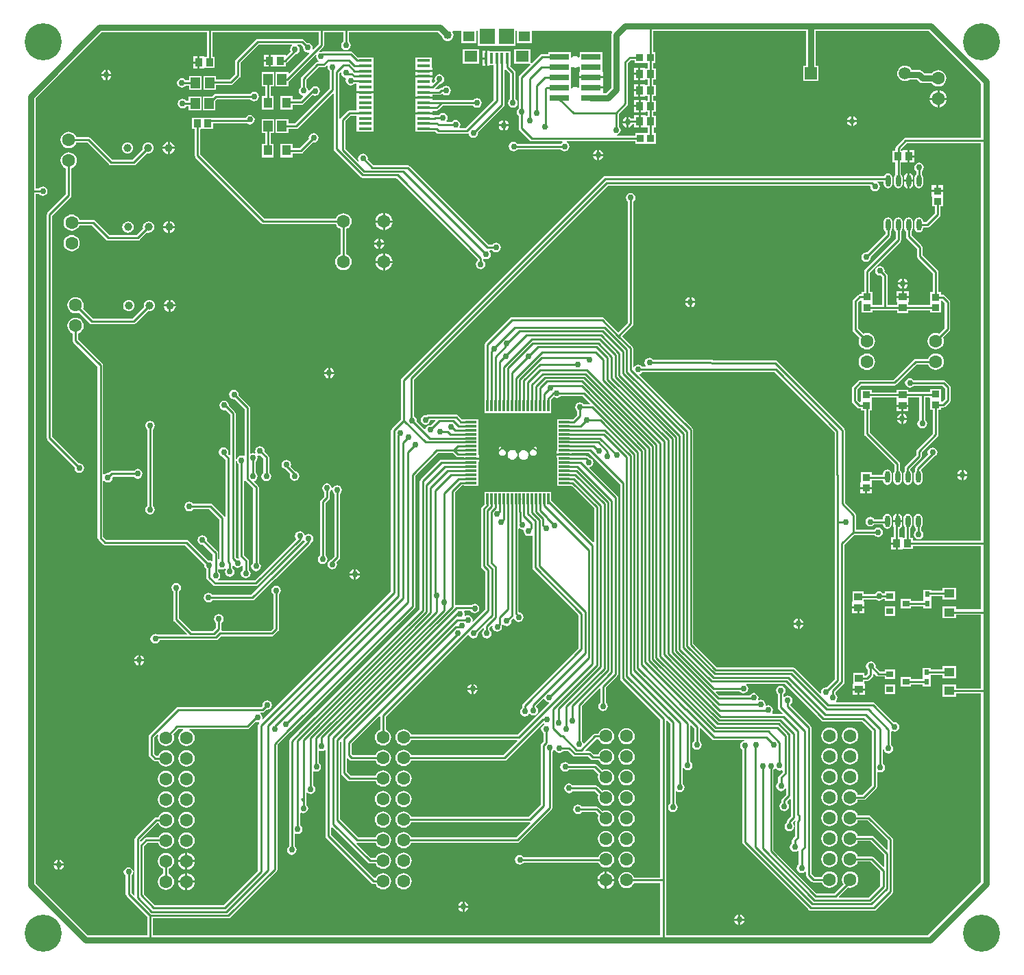
<source format=gtl>
%FSTAX23Y23*%
%MOIN*%
%SFA1B1*%

%IPPOS*%
%ADD14C,0.010000*%
%ADD18R,0.064960X0.011810*%
%ADD19R,0.053150X0.011810*%
%ADD20R,0.011810X0.053150*%
%ADD21O,0.023620X0.057090*%
%ADD22R,0.045280X0.053150*%
%ADD23R,0.033470X0.037400*%
%ADD24R,0.037400X0.033470*%
%ADD25R,0.023620X0.029530*%
%ADD26R,0.094490X0.029920*%
%ADD27R,0.035430X0.031500*%
%ADD28R,0.015750X0.053150*%
%ADD29R,0.062990X0.055120*%
%ADD30R,0.057090X0.051180*%
%ADD31R,0.074800X0.074800*%
%ADD32R,0.043310X0.051180*%
%ADD33R,0.051180X0.043310*%
%ADD34R,0.035430X0.039370*%
%ADD35R,0.039370X0.035430*%
%ADD62C,0.030000*%
%ADD63C,0.062990*%
%ADD64C,0.039370*%
%ADD65C,0.059060*%
%ADD66R,0.059060X0.059060*%
%ADD67C,0.180000*%
%ADD68C,0.027560*%
%ADD69C,0.030000*%
%ADD70C,0.040000*%
%LNdev_board_pcb-1*%
%LPD*%
G36*
X04335Y05869D02*
Y05809D01*
X04408*
Y05869*
X04414*
Y05797*
X04505*
Y05797*
X04509*
Y05797*
X04599*
Y05869*
X04605*
Y05809*
X04678*
Y05869*
X05066*
X05069Y05864*
X05067Y0586*
X05065Y05852*
Y05594*
X05039Y05568*
X05028*
X05024Y0557*
Y0559*
X04966*
Y056*
X05024*
Y05615*
Y05619*
Y05624*
Y0564*
X04966*
X04909*
Y05624*
Y0562*
Y05615*
Y05595*
X04905Y05593*
X04903Y05594*
X04897Y05596*
X0489Y05597*
X04882Y05596*
X04876Y05594*
X04873Y05592*
X04868Y05594*
Y05617*
Y05617*
Y05622*
Y05622*
Y05667*
Y05672*
Y05695*
X04873Y05697*
X04876Y05695*
X04882Y05693*
X0489Y05692*
X04897Y05693*
X04903Y05695*
X04906Y05697*
X04911Y05695*
Y05674*
X04909Y05669*
Y05668*
Y0565*
X04966*
X05024*
Y05669*
X05021Y05674*
Y05674*
Y05717*
Y05722*
Y05767*
X04911*
Y05744*
X04906Y05742*
X04903Y05744*
X04897Y05746*
X0489Y05747*
X04882Y05746*
X04876Y05744*
X04873Y05742*
X04868Y05744*
Y05767*
X04758*
Y05758*
X04728*
X04722Y05757*
X04718Y05754*
X04677Y05713*
X04672Y05715*
Y05781*
X04593*
Y05711*
X04668*
X0467Y05706*
X04618Y05654*
X04615Y0565*
X04614Y05645*
Y05494*
X04611Y05492*
X04606Y05484*
X04604Y05476*
X04606Y05467*
X04611Y05459*
X04614Y05457*
Y05398*
X04615Y05392*
X04618Y05388*
X04669Y05337*
X04673Y05334*
X04679Y05333*
X04826*
X04827Y05328*
X04821Y05324*
X04819Y05321*
X04608*
X04606Y05324*
X04598Y05329*
X0459Y05331*
X04581Y05329*
X04573Y05324*
X04568Y05316*
X04566Y05308*
X04568Y05299*
X04573Y05291*
X04581Y05286*
X0459Y05284*
X04598Y05286*
X04606Y05291*
X04608Y05294*
X04819*
X04821Y05291*
X04829Y05286*
X04838Y05284*
X04846Y05286*
X04854Y05291*
X04859Y05299*
X04861Y05308*
X04859Y05316*
X04854Y05324*
X04848Y05328*
X04849Y05333*
X05181*
Y0532*
X05227*
X0523*
X05235*
X05281*
Y05373*
X0527*
Y05402*
X05281*
Y05457*
X05268*
Y05476*
X05281*
Y05532*
X05269*
Y05553*
X0528*
Y05608*
X05268*
Y05633*
X0528*
Y05688*
X05268*
Y05714*
X05279*
Y05767*
X05268*
Y05869*
X06011*
Y05701*
X05997*
Y05626*
X06072*
Y05701*
X06058*
Y05869*
X06608*
X06863Y05614*
Y0535*
X06496*
X06491Y05349*
X06487Y05346*
X0645Y05309*
X06447Y05305*
X06446Y053*
Y05287*
X06431*
Y05232*
X06446*
Y05172*
X06445Y05172*
X06441Y05165*
X06439Y05158*
Y05124*
X06441Y05116*
X06445Y0511*
X06452Y05106*
X0646Y05104*
X06467Y05106*
X06474Y0511*
X06478Y05116*
X0648Y05124*
Y05158*
X06478Y05165*
X06474Y05172*
X06473Y05172*
Y05232*
X06482*
Y0523*
X06505*
Y0526*
X0651*
X06505*
Y05289*
X06482*
Y05287*
X06473*
Y05294*
X06502Y05323*
X06863*
Y0339*
X06532*
Y03404*
X06518*
Y03451*
X06521Y03453*
X06525Y0346*
X06527Y03467*
Y03501*
X06525Y03509*
X06521Y03515*
X06514Y03519*
X06507Y03521*
X06499Y03519*
X06492Y03515*
X06488Y03509*
X06486Y03501*
Y03467*
X06488Y0346*
X06491Y03455*
Y03404*
X06481*
Y03406*
X06466*
Y03447*
X06472Y03452*
X06477Y03459*
X06479Y03467*
Y03479*
X06457*
X06434*
Y03467*
X06436Y03459*
X06439Y03454*
Y03406*
X06425*
Y03381*
X06453*
Y03376*
X06458*
Y03347*
X06481*
Y03349*
X06532*
Y03363*
X06863*
Y03056*
X06741*
Y03072*
X06675*
Y03013*
X06741*
Y03029*
X06863*
Y02672*
X06741*
Y02689*
X06675*
Y0263*
X06741*
Y02646*
X06863*
Y01729*
X06604Y0147*
X0533*
Y01739*
Y02515*
X05334Y02517*
X0535Y02501*
Y02112*
X05347Y0211*
X05342Y02102*
X0534Y02094*
X05342Y02085*
X05347Y02077*
X05355Y02072*
X05364Y0207*
X05372Y02072*
X0538Y02077*
X05385Y02085*
X05387Y02094*
X05385Y02102*
X0538Y0211*
X05377Y02112*
Y02169*
X05382Y02172*
X05388Y02168*
X05397Y02166*
X05405Y02168*
X05413Y02173*
X05418Y02181*
X0542Y0219*
X05418Y02198*
X05413Y02206*
X0541Y02208*
Y02285*
X05415Y02286*
X05419Y0228*
X05427Y02275*
X05436Y02273*
X05444Y02275*
X05452Y0228*
X05457Y02288*
X05459Y02297*
X05457Y02305*
X05452Y02313*
X05449Y02315*
Y0249*
X05453Y02492*
X05467Y02478*
Y02415*
X05464Y02413*
X05459Y02405*
X05457Y02397*
X05459Y02388*
X05464Y0238*
X05472Y02375*
X05481Y02373*
X05489Y02375*
X05497Y0238*
X05502Y02388*
X05504Y02397*
X05502Y02405*
X05497Y02413*
X05494Y02415*
Y02478*
X05499Y02481*
X05555Y02425*
X05559Y02422*
X05564Y02421*
X05712*
X05712Y02416*
X05705Y02414*
X05697Y02409*
X05692Y02401*
X0569Y02393*
X05692Y02384*
X05697Y02376*
X057Y02374*
Y01925*
X05701Y0192*
X05704Y01916*
X06025Y01595*
X06029Y01592*
X06034Y01591*
X06343*
X06348Y01592*
X06352Y01595*
X06432Y01675*
X06435Y01679*
X06436Y01685*
Y01936*
X06435Y01941*
X06432Y01945*
X06326Y02051*
X06321Y02054*
X06316Y02055*
X06263*
X06261Y02062*
X06254Y0207*
X06246Y02076*
X06236Y0208*
X06226Y02082*
X06216Y0208*
X06206Y02076*
X06198Y0207*
X06192Y02062*
X06188Y02052*
X06186Y02042*
X06188Y02031*
X06192Y02022*
X06198Y02014*
X06206Y02007*
X06216Y02003*
X06226Y02002*
X06236Y02003*
X06246Y02007*
X06254Y02014*
X06261Y02022*
X06263Y02029*
X06311*
X06409Y0193*
Y01888*
X06405Y01886*
X0634Y01951*
X06335Y01954*
X0633Y01955*
X06263*
X06261Y01962*
X06254Y0197*
X06246Y01976*
X06236Y0198*
X06226Y01982*
X06216Y0198*
X06206Y01976*
X06198Y0197*
X06192Y01962*
X06188Y01952*
X06186Y01942*
X06188Y01931*
X06192Y01922*
X06198Y01914*
X06206Y01907*
X06216Y01903*
X06226Y01902*
X06236Y01903*
X06246Y01907*
X06254Y01914*
X06261Y01922*
X06263Y01929*
X06325*
X06391Y01862*
Y01806*
X06387Y01804*
X06339Y01851*
X06335Y01854*
X0633Y01855*
X06263*
X06261Y01862*
X06254Y0187*
X06246Y01876*
X06236Y0188*
X06226Y01882*
X06216Y0188*
X06206Y01876*
X06198Y0187*
X06192Y01862*
X06188Y01852*
X06186Y01842*
X06188Y01831*
X06192Y01822*
X06198Y01814*
X06206Y01807*
X06216Y01803*
X06226Y01802*
X06236Y01803*
X06246Y01807*
X06254Y01814*
X06261Y01822*
X06263Y01829*
X06324*
X06373Y0178*
Y01711*
X06316Y01654*
X06173*
X06171Y01658*
X06216Y01703*
X06226Y01702*
X06236Y01703*
X06246Y01707*
X06254Y01714*
X06261Y01722*
X06265Y01731*
X06266Y01742*
X06265Y01752*
X06261Y01762*
X06254Y0177*
X06246Y01776*
X06236Y0178*
X06226Y01782*
X06216Y0178*
X06206Y01776*
X06198Y0177*
X06192Y01762*
X06188Y01752*
X06186Y01742*
X06188Y01731*
X06192Y01722*
X06194Y01719*
X06149Y01674*
X06063*
X05853Y01884*
Y02276*
X05856Y02278*
X05858Y02281*
X05864*
X05866Y02279*
X05874Y02274*
X05883Y02272*
X05891Y02274*
X05893Y02275*
X05897Y02272*
Y02264*
X0588Y02247*
X05877Y02243*
X05876Y02238*
Y02214*
X05873Y02212*
X05868Y02204*
X05866Y02196*
X05868Y02187*
X05873Y02179*
X05881Y02174*
X0589Y02172*
X05898Y02174*
X05906Y02179*
X0591Y02185*
X05915Y02184*
Y02154*
X05896Y02135*
X05893Y02131*
X05892Y02126*
Y02116*
X05889Y02114*
X05884Y02106*
X05882Y02098*
X05884Y02089*
X05889Y02081*
X05897Y02076*
X05906Y02074*
X05914Y02076*
X05922Y02081*
X05927Y02089*
X05929Y02098*
X05927Y02106*
X05922Y02114*
X0592Y02116*
X0592Y02121*
X05933Y02135*
X05938Y02132*
Y02049*
X05921Y02032*
X05918Y02028*
X05917Y02023*
Y02018*
X05914Y02016*
X05909Y02008*
X05907Y02*
X05909Y01991*
X05914Y01983*
X05922Y01978*
X05931Y01976*
X05939Y01978*
X05947Y01983*
X05952Y01991*
X05954Y02*
X05952Y02008*
X05947Y02016*
X05947Y0202*
X05955Y02028*
X0596Y02026*
X05959Y02025*
Y01953*
X05947Y01941*
X05944Y01936*
X05943Y01931*
Y01918*
X0594Y01916*
X05935Y01908*
X05933Y019*
X05935Y01891*
X0594Y01883*
X05948Y01878*
X05957Y01876*
X05965Y01878*
X05971Y01882*
X05976Y01879*
Y01815*
X05973Y01813*
X05968Y01805*
X05966Y01797*
X05968Y01788*
X05973Y0178*
X05981Y01775*
X0599Y01773*
X05998Y01775*
X06006Y0178*
X06011Y01778*
Y01764*
X06012Y01759*
X06014Y01755*
X06037Y01732*
X06041Y01729*
X06047Y01728*
X06089*
X06092Y01722*
X06098Y01714*
X06106Y01707*
X06116Y01703*
X06126Y01702*
X06136Y01703*
X06146Y01707*
X06154Y01714*
X06161Y01722*
X06165Y01731*
X06166Y01742*
X06165Y01752*
X06161Y01762*
X06154Y0177*
X06146Y01776*
X06136Y0178*
X06126Y01782*
X06116Y0178*
X06106Y01776*
X06098Y0177*
X06092Y01762*
X06089Y01755*
X06052*
X06037Y0177*
Y02482*
X06036Y02487*
X06033Y02491*
X05936Y02589*
Y02595*
X05939Y02597*
X05944Y02605*
X05946Y02614*
X05944Y02622*
X05939Y0263*
X05931Y02635*
X05923Y02637*
X05914Y02635*
X05907Y02631*
X05902Y02632*
Y02643*
X05905Y02645*
X0591Y02653*
X05912Y02662*
X0591Y0267*
X05905Y02678*
X05897Y02683*
X05889Y02685*
X0588Y02683*
X05872Y02678*
X05867Y0267*
X05865Y02662*
X05867Y02653*
X05872Y02645*
X05875Y02643*
Y02581*
X05876Y02575*
X05879Y02571*
X05898Y02552*
X05896Y02548*
X05849*
X05847Y02553*
X05849Y02557*
X05851Y02566*
X05849Y02574*
X05844Y02582*
X05836Y02587*
X05828Y02589*
X05819Y02587*
X05814Y0259*
X05815Y02593*
X05813Y02601*
X05808Y02609*
X058Y02614*
X05792Y02616*
X05783Y02614*
X05782Y02614*
X0578Y02615*
X05778Y02617*
X0578Y02626*
X05778Y02634*
X05773Y02642*
X05765Y02647*
X05757Y02649*
X05748Y02647*
X0574Y02642*
X05736Y02637*
X05589*
X05573Y02653*
X05575Y02657*
X05688*
X0569Y02654*
X05698Y02649*
X05707Y02647*
X05715Y02649*
X05723Y02654*
X05728Y02662*
X0573Y02671*
X05728Y02679*
X05723Y02687*
X05721Y02688*
X05723Y02693*
X05908*
X06086Y02515*
X0609Y02512*
X06096Y02511*
X06283*
X0633Y02464*
Y02199*
X06286Y02155*
X06263*
X06261Y02162*
X06254Y0217*
X06246Y02176*
X06236Y0218*
X06226Y02182*
X06216Y0218*
X06206Y02176*
X06198Y0217*
X06192Y02162*
X06188Y02152*
X06186Y02142*
X06188Y02131*
X06192Y02122*
X06198Y02114*
X06206Y02107*
X06216Y02103*
X06226Y02102*
X06236Y02103*
X06246Y02107*
X06254Y02114*
X06261Y02122*
X06263Y02129*
X06292*
X06297Y0213*
X06301Y02132*
X06353Y02184*
X06356Y02188*
X06357Y02194*
Y02264*
X06361Y02266*
X06364Y02265*
X06373Y02263*
X06381Y02265*
X06389Y0227*
X06394Y02278*
X06396Y02287*
X06394Y02295*
X06389Y02303*
X06385Y02306*
Y02374*
X0639Y02375*
X06391Y0237*
X06396Y02362*
X06404Y02357*
X06413Y02355*
X06421Y02357*
X06429Y02362*
X06434Y0237*
X06436Y02379*
X06434Y02387*
X06429Y02395*
X06426Y02397*
Y02462*
X06431Y02465*
X06434Y02463*
X06443Y02461*
X06451Y02463*
X06459Y02468*
X06464Y02476*
X06466Y02485*
X06464Y02493*
X06459Y02501*
X06451Y02506*
X06443Y02508*
X06439Y02507*
X06346Y026*
X06342Y02603*
X06337Y02604*
X06159*
X06158Y02609*
X06158Y02609*
X06163Y02617*
X06165Y02626*
X06163Y02634*
X06158Y02642*
X06155Y02644*
Y02653*
X06195Y02693*
X06198Y02698*
X06199Y02703*
Y03371*
X06246Y03418*
X06344*
X06346Y03415*
X06354Y0341*
X06363Y03408*
X06371Y0341*
X06379Y03415*
X06384Y03423*
X06386Y03432*
X06384Y0344*
X06379Y03448*
X06371Y03453*
X06363Y03455*
X06354Y03453*
X06346Y03448*
X06344Y03445*
X06254*
Y03515*
X06253Y0352*
X0625Y03524*
X062Y03574*
Y03926*
X06199Y03931*
X06198Y03932*
Y03932*
Y03932*
X06197Y03934*
X06197Y03937*
X06197*
X06195Y03939*
X06194Y03941*
X05872Y04263*
X05868Y04266*
X05863Y04267*
X05856*
X05268Y0427*
X05266Y04273*
X05258Y04278*
X0525Y0428*
X05241Y04278*
X05233Y04273*
X05228Y04265*
X05226Y04257*
X05228Y04248*
X05232Y04241*
X05231Y04236*
X05214*
X05212Y04239*
X05204Y04244*
X05196Y04246*
X05187Y04244*
X05179Y04239*
X05175Y04233*
X0517Y04234*
Y04283*
X0517Y04283*
X0517Y04284*
Y04327*
X05169Y04332*
X05166Y04336*
X05117Y04385*
X05168Y04436*
X05171Y0444*
X05172Y04446*
Y0504*
X05175Y05042*
X0518Y0505*
X05182Y05059*
X0518Y05067*
X05175Y05075*
X05167Y0508*
X05159Y05082*
X0515Y0508*
X05142Y05075*
X05137Y05067*
X05135Y05059*
X05137Y0505*
X05142Y05042*
X05145Y0504*
Y04451*
X05098Y04404*
X05029Y04473*
X05025Y04476*
X0502Y04477*
X04583*
X04577Y04476*
X04573Y04473*
X04452Y04352*
X04449Y04348*
X04448Y04343*
Y0408*
X04448*
Y04011*
X04771*
Y04077*
X04784Y0409*
X0479Y04086*
X04799Y04084*
X04807Y04086*
X04815Y04091*
X04817Y04094*
X04924*
X04961Y04057*
X04959Y04053*
X0493*
X04928Y04056*
X0492Y04061*
X04912Y04063*
X04903Y04061*
X04895Y04056*
X0489Y04048*
X04888Y0404*
X0489Y04031*
X04895Y04023*
X04898Y04021*
Y04001*
X04878Y0398*
X0487*
Y03981*
X04801*
Y03953*
Y03914*
Y03875*
Y03826*
X04799*
Y03815*
X04836*
X04872*
Y03816*
X04955*
X05107Y03664*
Y02719*
X05108Y02713*
X05111Y02709*
X05303Y02517*
Y01752*
X05175*
X05173Y01758*
X05166Y01767*
X05158Y01773*
X05148Y01777*
X05138Y01778*
X05128Y01777*
X05118Y01773*
X0511Y01767*
X05104Y01758*
X051Y01749*
X05098Y01739*
X051Y01728*
X05104Y01719*
X0511Y0171*
X05118Y01704*
X05128Y017*
X05138Y01699*
X05148Y017*
X05158Y01704*
X05166Y0171*
X05173Y01719*
X05175Y01725*
X05303*
Y0147*
X02834*
Y01553*
X03203*
X03208Y01554*
X03212Y01557*
X03436Y01781*
X03439Y01785*
X0344Y01791*
Y02396*
X03503Y0246*
X03504Y0246*
X04107Y03063*
X0411Y03067*
X04111Y03072*
Y03706*
X04221Y03816*
X04294*
X0431Y038*
X04314Y03797*
X04319Y03796*
X04347*
Y03795*
X04383*
X0442*
Y03806*
X04418*
Y03855*
Y03894*
Y03934*
Y03981*
X04349*
Y0398*
X04338*
X04319Y04*
X04315Y04003*
X0431Y04004*
X04174*
X04168Y04003*
X04165Y04001*
X04161Y04001*
X04152Y04*
X04144Y03995*
X04139Y03987*
X04138Y03978*
X04139Y03969*
X04144Y03961*
X04152Y03956*
X04161Y03955*
X0417Y03956*
X04178Y03961*
X04183Y03969*
X04184Y03977*
X04207*
X04209Y03973*
X04188Y03952*
X04184Y03953*
X04175Y03951*
X04167Y03946*
X04162Y03938*
X04161Y03935*
X04156Y03933*
X04118Y03971*
X04119Y03975*
X04117Y03983*
X04112Y03991*
X04106Y03995*
Y04175*
X05048Y05117*
X05093*
X0632*
X06324Y05113*
X06326Y05104*
X06331Y05096*
X06339Y05091*
X06348Y05089*
X06356Y05091*
X06364Y05096*
X06369Y05104*
X06371Y05113*
X06369Y05121*
X06364Y05129*
X06358Y05133*
X06359Y05138*
X06389*
Y05124*
X06391Y05116*
X06395Y0511*
X06402Y05106*
X0641Y05104*
X06417Y05106*
X06424Y0511*
X06428Y05116*
X0643Y05124*
Y05158*
X06428Y05165*
X06424Y05172*
X06417Y05176*
X0641Y05178*
X06402Y05176*
X06395Y05172*
X06391Y05165*
X06391Y05165*
X05035*
X0503Y05164*
X05026Y05161*
X04046Y04181*
X04043Y04177*
X04042Y04172*
Y03981*
X03997Y03935*
X03994Y03931*
X03993Y03926*
Y03143*
X03371Y02521*
X03367Y02524*
X03368Y0253*
X03366Y02538*
X03361Y02546*
X03358Y02548*
X03359Y02553*
X03367*
X03372Y02554*
X03376Y02557*
X03387Y02568*
X03391Y02567*
X03399Y02569*
X03407Y02574*
X03412Y02582*
X03414Y02591*
X03412Y02599*
X03407Y02607*
X03399Y02612*
X03391Y02614*
X03382Y02612*
X03374Y02607*
X03369Y02599*
X03367Y02591*
X03368Y02587*
X03361Y0258*
X02957*
X02951Y02579*
X02947Y02576*
X02819Y02447*
X02816Y02443*
X02815Y02438*
X02815Y02435*
Y02349*
X02816Y02344*
X02819Y0234*
X02837Y02322*
X02841Y02319*
X02846Y02318*
X02861*
X02864Y02312*
X0287Y02303*
X02878Y02297*
X02888Y02293*
X02898Y02292*
X02908Y02293*
X02918Y02297*
X02926Y02303*
X02933Y02312*
X02937Y02321*
X02938Y02332*
X02937Y02342*
X02933Y02352*
X02926Y0236*
X02918Y02366*
X02908Y0237*
X02898Y02371*
X02888Y0237*
X02878Y02366*
X0287Y0236*
X02864Y02352*
X02861Y02345*
X02852*
X02842Y02355*
Y02433*
X02857Y02448*
X02861Y02445*
X0286Y02442*
X02858Y02432*
X0286Y02421*
X02864Y02412*
X0287Y02403*
X02878Y02397*
X02888Y02393*
X02898Y02392*
X02908Y02393*
X02918Y02397*
X02926Y02403*
X02933Y02412*
X02937Y02421*
X02938Y02432*
X02937Y02442*
X02934Y02449*
X02958Y02473*
X02982*
X02983Y02468*
X02978Y02466*
X0297Y0246*
X02964Y02452*
X0296Y02442*
X02958Y02432*
X0296Y02421*
X02964Y02412*
X0297Y02403*
X02978Y02397*
X02988Y02393*
X02998Y02392*
X03008Y02393*
X03018Y02397*
X03026Y02403*
X03033Y02412*
X03037Y02421*
X03038Y02432*
X03037Y02442*
X03033Y02452*
X03026Y0246*
X03018Y02466*
X03013Y02468*
X03014Y02473*
X03294*
X03299Y02474*
X03303Y02477*
X03334Y02509*
X03336Y02508*
X03345Y02506*
X0335Y02507*
X03353Y02503*
X0335Y025*
X03347Y02496*
X03346Y02491*
Y01785*
X03179Y01618*
X02844*
X02791Y01671*
Y01902*
X02808Y01919*
X0286*
X02864Y01912*
X0287Y01903*
X02878Y01897*
X02888Y01893*
X02898Y01892*
X02908Y01893*
X02918Y01897*
X02926Y01903*
X02933Y01912*
X02937Y01921*
X02938Y01932*
X02937Y01942*
X02933Y01952*
X02926Y0196*
X02918Y01966*
X02908Y0197*
X02898Y01971*
X02888Y0197*
X02878Y01966*
X0287Y0196*
X02864Y01952*
X02861Y01946*
X02803*
X02797Y01945*
X02793Y01942*
X02777Y01926*
X02773Y01928*
Y01933*
X02856Y02016*
X02862Y02016*
X02864Y02012*
X0287Y02003*
X02878Y01997*
X02888Y01993*
X02898Y01992*
X02908Y01993*
X02918Y01997*
X02926Y02003*
X02933Y02012*
X02937Y02021*
X02938Y02032*
X02937Y02042*
X02933Y02052*
X02926Y0206*
X02918Y02066*
X02908Y0207*
X02898Y02071*
X02888Y0207*
X02878Y02066*
X0287Y0206*
X02864Y02052*
X02861Y02045*
X02853*
X02848Y02044*
X02843Y02041*
X0275Y01948*
X02747Y01944*
X02746Y01939*
Y01667*
X02742Y01665*
X0273Y01677*
Y0176*
X02733Y01762*
X02738Y0177*
X0274Y01779*
X02738Y01787*
X02733Y01795*
X02725Y018*
X02717Y01802*
X02708Y018*
X027Y01795*
X02695Y01787*
X02693Y01779*
X02695Y0177*
X027Y01762*
X02703Y0176*
Y01671*
X02704Y01666*
X02707Y01662*
X02808Y01561*
Y0147*
X02518*
X02264Y01724*
Y05077*
X02281*
X02283Y05074*
X02291Y05069*
X023Y05067*
X02308Y05069*
X02316Y05074*
X02321Y05082*
X02323Y05091*
X02321Y05099*
X02316Y05107*
X02308Y05112*
X023Y05114*
X02291Y05112*
X02283Y05107*
X02281Y05104*
X02264*
Y05542*
X02585Y05863*
X03097*
Y05744*
X03085*
Y05746*
X03062*
Y05717*
Y05687*
X03085*
Y05689*
X03136*
Y05744*
X03124*
Y05863*
X0364*
Y05806*
X03616Y05781*
X03611Y05784*
X03612Y05789*
X0361Y05797*
X03605Y05805*
X03597Y0581*
X03589Y05812*
X03585Y05811*
X03569Y05827*
X03565Y0583*
X0356Y05831*
X03344*
X03338Y0583*
X03334Y05827*
X03238Y05731*
X03235Y05727*
X03234Y05722*
Y05659*
X03208Y05633*
X03141*
Y05652*
X0308*
Y05583*
X03141*
Y05606*
X03214*
X03219Y05607*
X03223Y0561*
X03257Y05644*
X0326Y05648*
X03261Y05654*
Y05716*
X03349Y05804*
X03512*
X03514Y05799*
X03509Y05796*
X03504Y05788*
X03502Y0578*
X03504Y05771*
X03484Y05751*
X03481Y05753*
X0343*
Y05755*
X03407*
Y05725*
Y05696*
X0343*
Y05698*
X03481*
Y05713*
X03482Y05713*
X03487Y05716*
X03527Y05756*
X03534Y05758*
X03542Y05763*
X03547Y05771*
X03549Y0578*
X03547Y05788*
X03542Y05796*
X03537Y05799*
X03539Y05804*
X03554*
X03566Y05792*
X03565Y05789*
X03567Y0578*
X03572Y05772*
X0358Y05767*
X03589Y05765*
X03593Y05766*
X03596Y05761*
X03498Y05664*
X03494Y05666*
Y05669*
X03433*
Y056*
X03494*
Y05623*
X03497Y05625*
X03626Y05754*
X0363Y05751*
X03629Y05746*
X03631Y05737*
X03636Y05729*
X03639Y05727*
X0364Y0572*
X0364Y05719*
X03635*
X0363Y05718*
X03626Y05715*
X03558Y05648*
X03555Y05643*
X03554Y05638*
Y05597*
X03551Y05595*
X03546Y05587*
X03544Y05579*
X03546Y0557*
X03551Y05562*
X03559Y05557*
X03562Y05556*
X03564Y05551*
X03551Y05538*
X03514*
Y05554*
X03455*
Y05487*
X03514*
Y05511*
X03557*
X03562Y05512*
X03566Y05515*
X0361Y05559*
X03615Y05556*
X03624Y05554*
X03632Y05556*
X0364Y05561*
X03645Y05569*
X03647Y05578*
X03645Y05586*
X0364Y05594*
X03632Y05599*
X03624Y05601*
X03615Y05599*
X03607Y05594*
X03604Y05589*
X036Y05587*
X03595Y05582*
X0359Y05584*
X03589Y05587*
X03584Y05595*
X03581Y05597*
Y05633*
X03641Y05693*
X03666*
X03671Y05694*
X03675Y05697*
X0368Y05702*
X03685Y05699*
X03684Y05695*
X03686Y05686*
X03691Y05678*
X03694Y05676*
Y05589*
X03526Y05421*
X03494*
Y05442*
X03433*
Y05373*
X03494*
Y05394*
X03532*
X03537Y05395*
X03541Y05398*
X0371Y05567*
X03714Y05565*
Y05296*
X03715Y0529*
X03718Y05286*
X03845Y05159*
X03849Y05156*
X03855Y05155*
X04019*
X04415Y04759*
Y04753*
X04412Y04751*
X04407Y04743*
X04405Y04735*
X04407Y04726*
X04412Y04718*
X0442Y04713*
X04429Y04711*
X04437Y04713*
X04445Y04718*
X0445Y04726*
X04452Y04735*
X0445Y04743*
X04445Y04751*
X04442Y04753*
Y04759*
X04444Y04761*
X04447Y04762*
X04455Y0476*
X04464Y04762*
X04472Y04767*
X04477Y04775*
X04478Y04784*
X04477Y04792*
X04473Y04798*
X04475Y04803*
X04485*
X04487Y048*
X04495Y04795*
X04504Y04793*
X04512Y04795*
X0452Y048*
X04525Y04808*
X04527Y04817*
X04525Y04825*
X0452Y04833*
X04512Y04838*
X04504Y0484*
X04495Y04838*
X04487Y04833*
X04485Y0483*
X04467*
X04083Y05214*
X04079Y05217*
X04074Y05218*
X03907*
X03879Y05246*
X0388Y0525*
X03878Y05258*
X03873Y05266*
X03865Y05271*
X03857Y05273*
X03848Y05271*
X0384Y05266*
X03835Y05258*
X03833Y0525*
X03835Y05241*
X03837Y05237*
X03833Y05234*
X0377Y05297*
Y05431*
X03795Y05457*
X03826*
Y05431*
Y05405*
Y05379*
X03907*
Y05405*
Y05431*
Y05456*
Y05482*
Y05507*
Y05556*
X03909*
Y05567*
X03867*
X03824*
Y05556*
X03826*
Y05533*
Y05483*
X0379*
X03785Y05482*
X03781Y05479*
X03747Y05446*
X03746Y05444*
X03741Y05445*
Y05664*
X03747Y0567*
X03751Y05668*
X03751Y05666*
X03753Y05657*
X03758Y05649*
X03766Y05644*
X03773Y05642*
X03776Y05638*
X03775Y05636*
X03773Y05628*
X03775Y05619*
X0378Y05611*
X03788Y05606*
X03797Y05604*
X03805Y05606*
X03813Y05611*
X03815Y05614*
X03826*
Y05588*
X03824*
Y05577*
X03867*
X03909*
Y05588*
X03907*
Y05635*
Y05661*
Y05686*
Y05712*
Y0574*
X03833*
X03806Y05766*
X03802Y05769*
X03797Y0577*
X03664*
X03658Y05769*
X03657Y05768*
X03653Y05769*
X03647Y05768*
X03644Y05772*
X03663Y05791*
X03666Y05795*
X03667Y05801*
Y05863*
X03761*
Y05818*
X03758Y05816*
X03753Y05808*
X03751Y058*
X03753Y05791*
X03758Y05783*
X03766Y05778*
X03775Y05776*
X03783Y05778*
X03791Y05783*
X03796Y05791*
X03798Y058*
X03796Y05808*
X03791Y05816*
X03788Y05818*
Y05863*
X04221*
X04241Y05843*
X04241Y05841*
X04244Y05834*
X04249Y05829*
X04254Y05824*
X04261Y05821*
X04269Y0582*
X04276Y05821*
X04283Y05824*
X04288Y05829*
X04293Y05834*
X04296Y05841*
X04297Y05849*
X04296Y05856*
X04293Y05863*
X04292Y05864*
X04295Y05869*
X04335*
G37*
G36*
X05179Y05714D02*
X05228D01*
X0523*
X05241*
Y05688*
X05229*
Y0569*
X05206*
Y05661*
Y05631*
X05229*
Y05633*
X05241*
Y05608*
X05229*
Y0561*
X05206*
Y05581*
Y05551*
X05229*
Y05553*
X05242*
Y05532*
X0523*
Y05534*
X05207*
Y05504*
Y05474*
X0523*
Y05476*
X05242*
Y05457*
X0523*
Y05459*
X05207*
Y0543*
Y054*
X0523*
Y05402*
X05243*
Y05377*
X0524Y05373*
X05232*
X05227*
X05181*
Y0536*
X0509*
X0509Y05365*
X05095Y05366*
X05103Y05371*
X05108Y05379*
X0511Y05388*
X05108Y05396*
X05103Y05404*
X051Y05406*
Y05465*
X05142Y05507*
X05145Y05511*
X05146Y05517*
Y05715*
X05159Y05728*
X05179*
Y05714*
G37*
G36*
X0615Y03918D02*
X0615Y03502D01*
X0615Y03502*
Y03481*
Y02715*
X06111Y02676*
X06108Y02677*
X06099Y02675*
X06091Y0267*
X06086Y02662*
X06084Y02654*
X06085Y02649*
X0608Y02646*
X05956Y02771*
X05952Y02774*
X05947Y02775*
X05579*
X05463Y02891*
Y03929*
X05462Y03934*
X05459Y03938*
X05201Y04196*
X05203Y04201*
X05204Y04201*
X05212Y04206*
X05214Y04209*
X05859*
X0615Y03918*
G37*
%LNdev_board_pcb-2*%
%LPC*%
G36*
X04451Y05774D02*
X04438D01*
Y05742*
X04451*
Y05774*
G37*
G36*
X03397Y05755D02*
X03374D01*
Y0573*
X03397*
Y05755*
G37*
G36*
X03052Y05746D02*
X0303D01*
Y05722*
X03052*
Y05746*
G37*
G36*
X0442Y05781D02*
X04341D01*
Y05711*
X0442*
Y05781*
G37*
G36*
X04451Y05732D02*
X04438D01*
Y05701*
X04451*
Y05732*
G37*
G36*
X03397Y0572D02*
X03374D01*
Y05696*
X03397*
Y0572*
G37*
G36*
X03052Y05712D02*
X0303D01*
Y05687*
X03052*
Y05712*
G37*
G36*
X04193Y0574D02*
X04112D01*
Y05691*
X0411*
Y0568*
X04152*
X04195*
Y05691*
X04193*
Y0574*
G37*
G36*
X02614Y0568D02*
Y05661D01*
X02633*
X02632Y05665*
X02627Y05674*
X02618Y05679*
X02614Y0568*
G37*
G36*
X02604D02*
X02599Y05679D01*
X0259Y05674*
X02585Y05665*
X02584Y05661*
X02604*
Y0568*
G37*
G36*
X04195Y0567D02*
X04152D01*
X0411*
Y05659*
Y05654*
X04152*
X04195*
Y05659*
Y0567*
G37*
G36*
X02633Y05651D02*
X02614D01*
Y05631*
X02618Y05632*
X02627Y05637*
X02632Y05646*
X02633Y05651*
G37*
G36*
X02604D02*
X02584D01*
X02585Y05646*
X0259Y05637*
X02599Y05632*
X02604Y05631*
Y05651*
G37*
G36*
X03072Y05652D02*
X03011D01*
Y05631*
X02995*
X02993Y05634*
X02985Y05639*
X02976Y05641*
X02967Y05639*
X0296Y05634*
X02955Y05626*
X02953Y05617*
X02955Y05608*
X0296Y05601*
X02967Y05596*
X02976Y05594*
X02985Y05596*
X02993Y05601*
X02995Y05604*
X03011*
Y05583*
X03072*
Y05652*
G37*
G36*
X04229Y05659D02*
X0422Y05657D01*
X04212Y05652*
X04207Y05644*
X04205Y05636*
X04207Y05627*
X04197Y05618*
X04193Y05619*
Y05633*
X04195*
Y05644*
X04152*
X0411*
Y05633*
X04112*
Y0561*
Y05563*
X0411*
Y05552*
X04152*
X04195*
Y05559*
X04229*
X04234Y0556*
X04239Y05563*
X04239Y05563*
X04245Y05563*
X04253Y05558*
X04262Y05556*
X0427Y05558*
X04278Y05563*
X04283Y05571*
X04285Y0558*
X04283Y05588*
X04278Y05596*
X0427Y05601*
X04262Y05603*
X04253Y05601*
X04245Y05596*
X04243Y05593*
X04237*
X04231Y05592*
X04227Y05589*
X04224Y05586*
X0421*
X04208Y05591*
X04229Y05612*
X04237Y05614*
X04245Y05619*
X0425Y05627*
X04252Y05636*
X0425Y05644*
X04245Y05652*
X04237Y05657*
X04229Y05659*
G37*
G36*
X06493Y05701D02*
X06483Y057D01*
X06474Y05696*
X06466Y0569*
X0646Y05682*
X06456Y05673*
X06455Y05664*
X06456Y05654*
X0646Y05645*
X06466Y05637*
X06474Y05631*
X06483Y05627*
X06493Y05626*
X06503Y05627*
X06512Y05631*
X06517Y05634*
X0655*
X06561Y05623*
X06569Y05618*
X06578Y05616*
X06623*
X06626Y05611*
X06635Y05605*
X06644Y05601*
X06655Y056*
X06665Y05601*
X06674Y05605*
X06683Y05611*
X06689Y0562*
X06693Y05629*
X06694Y0564*
X06693Y0565*
X06689Y05659*
X06683Y05668*
X06674Y05674*
X06665Y05678*
X06655Y05679*
X06644Y05678*
X06635Y05674*
X06626Y05668*
X06623Y05663*
X06588*
X06576Y05675*
X06569Y0568*
X0656Y05681*
X06526*
X06526Y05682*
X0652Y0569*
X06512Y05696*
X06503Y057*
X06493Y05701*
G37*
G36*
X0666Y05581D02*
Y05545D01*
X06696*
X06695Y0555*
X06691Y0556*
X06684Y05569*
X06675Y05576*
X06665Y0558*
X0666Y05581*
G37*
G36*
X0665D02*
X06644Y0558D01*
X06634Y05576*
X06625Y05569*
X06618Y0556*
X06614Y0555*
X06613Y05545*
X0665*
Y05581*
G37*
G36*
X04412Y05543D02*
X04403Y05541D01*
X04395Y05536*
X04393Y05533*
X04246*
X04245Y05533*
X0424Y05534*
X04195*
Y05542*
X04152*
X0411*
Y05531*
X04112*
Y05486*
X0411*
Y05475*
X04152*
X04195*
Y05482*
X04214*
X04219Y05483*
X04224Y05486*
X04244Y05506*
X04393*
X04395Y05503*
X04403Y05498*
X04412Y05496*
X0442Y05498*
X04428Y05503*
X04433Y05511*
X04435Y0552*
X04433Y05528*
X04428Y05536*
X0442Y05541*
X04412Y05543*
G37*
G36*
X0307Y05552D02*
X03009D01*
Y0553*
X02997*
X02995Y05533*
X02987Y05538*
X02979Y0554*
X0297Y05538*
X02962Y05533*
X02957Y05525*
X02955Y05517*
X02957Y05508*
X02962Y055*
X0297Y05495*
X02979Y05493*
X02987Y05495*
X02995Y055*
X02997Y05503*
X03009*
Y05484*
X0307*
Y05552*
G37*
G36*
X03328Y05575D02*
X03319Y05573D01*
X03311Y05568*
X03309Y05565*
X03142*
X03137Y05564*
X03133Y05561*
X03124Y05552*
X03078*
Y05484*
X03139*
Y0553*
X03148Y05538*
X03309*
X03311Y05535*
X03319Y0553*
X03328Y05528*
X03336Y0553*
X03344Y05535*
X03349Y05543*
X03351Y05552*
X03349Y0556*
X03344Y05568*
X03336Y05573*
X03328Y05575*
G37*
G36*
X06696Y05535D02*
X0666D01*
Y05498*
X06665Y05499*
X06675Y05503*
X06684Y0551*
X06691Y05519*
X06695Y05529*
X06696Y05535*
G37*
G36*
X0665D02*
X06613D01*
X06614Y05529*
X06618Y05519*
X06625Y0551*
X06634Y05503*
X06644Y05499*
X0665Y05498*
Y05535*
G37*
G36*
X04473Y05774D02*
X04461D01*
Y05737*
Y05701*
X04473*
Y05703*
X04493*
Y05534*
X04357Y05398*
X04329*
X04326Y05403*
X04328Y05406*
X0433Y05415*
X04328Y05423*
X04323Y05431*
X04315Y05436*
X04307Y05438*
X04298Y05436*
X0429Y05431*
X04288Y05428*
X04266*
X04263Y05433*
X04267Y05439*
X04269Y05448*
X04267Y05456*
X04262Y05464*
X04254Y05469*
X04246Y05471*
X04237Y05469*
X04229Y05464*
X04227Y05461*
X04208*
X04202Y0546*
X042Y05458*
X04195Y05459*
Y05465*
X04152*
X0411*
Y05454*
X04112*
Y05405*
Y05379*
X04193*
Y0538*
X04209*
X04214Y05375*
X04218Y05372*
X04224Y05371*
X04363*
X04365Y05372*
X0437Y05369*
X04371Y05369*
X04372Y05365*
X04377Y05357*
X04385Y05352*
X04394Y0535*
X04402Y05352*
X0441Y05357*
X04415Y05365*
X04417Y05374*
X04416Y05377*
X04542Y05503*
X04545Y05507*
X04546Y05512*
Y05681*
X04551Y05683*
X04572Y05661*
Y05538*
X04569Y05536*
X04564Y05528*
X04562Y0552*
X04564Y05511*
X04569Y05503*
X04577Y05498*
X04586Y05496*
X04594Y05498*
X04602Y05503*
X04607Y05511*
X04609Y0552*
X04607Y05528*
X04602Y05536*
X04599Y05538*
Y05667*
X04598Y05672*
X04595Y05676*
X04573Y05698*
X04574Y05703*
Y05772*
X04473*
Y05774*
G37*
G36*
X03425Y05669D02*
X03364D01*
Y056*
X03381*
Y05554*
X03364*
Y05487*
X03423*
Y05554*
X03407*
Y056*
X03425*
Y05669*
G37*
G36*
X03307Y05462D02*
X03298Y0546D01*
X0329Y05455*
X03285Y05448*
X03116*
X03114Y05448*
X03081*
X03078*
X03073*
X03024*
Y05393*
X03039*
Y05264*
X0304Y05258*
X03043Y05254*
X03363Y04934*
X03368Y04931*
X03373Y0493*
X03724*
X03727Y04923*
X03733Y04915*
X03742Y04909*
X03748Y04906*
Y04784*
X03742Y04781*
X03733Y04775*
X03727Y04766*
X03723Y04757*
X03722Y04747*
X03723Y04736*
X03727Y04727*
X03733Y04718*
X03742Y04712*
X03751Y04708*
X03762Y04707*
X03772Y04708*
X03782Y04712*
X0379Y04718*
X03796Y04727*
X038Y04736*
X03801Y04747*
X038Y04757*
X03796Y04766*
X0379Y04775*
X03782Y04781*
X03775Y04784*
Y04906*
X03782Y04909*
X0379Y04915*
X03796Y04923*
X038Y04933*
X03801Y04943*
X038Y04954*
X03796Y04963*
X0379Y04972*
X03782Y04978*
X03772Y04982*
X03762Y04983*
X03751Y04982*
X03742Y04978*
X03733Y04972*
X03727Y04963*
X03724Y04957*
X03378*
X03066Y05269*
Y05389*
X03069Y05393*
X03076*
X03081*
X03129*
Y05422*
X0329*
X0329Y05422*
X03298Y05417*
X03307Y05415*
X03315Y05417*
X03323Y05422*
X03328Y0543*
X0333Y05439*
X03328Y05447*
X03323Y05455*
X03315Y0546*
X03307Y05462*
G37*
G36*
X06241Y05455D02*
Y05437D01*
X06259*
X06258Y05441*
X06253Y05449*
X06245Y05454*
X06241Y05455*
G37*
G36*
X06231D02*
X06226Y05454D01*
X06218Y05449*
X06213Y05441*
X06212Y05437*
X06231*
Y05455*
G37*
G36*
X04547Y05435D02*
Y05416D01*
X04566*
X04565Y0542*
X0456Y05429*
X04551Y05434*
X04547Y05435*
G37*
G36*
X04537D02*
X04532Y05434D01*
X04523Y05429*
X04518Y0542*
X04517Y05416*
X04537*
Y05435*
G37*
G36*
X06259Y05427D02*
X06241D01*
Y05408*
X06245Y05409*
X06253Y05414*
X06258Y05422*
X06259Y05427*
G37*
G36*
X06231D02*
X06212D01*
X06213Y05422*
X06218Y05414*
X06226Y05409*
X06231Y05408*
Y05427*
G37*
G36*
X04566Y05406D02*
X04547D01*
Y05386*
X04551Y05387*
X0456Y05392*
X04565Y05401*
X04566Y05406*
G37*
G36*
X04537D02*
X04517D01*
X04518Y05401*
X04523Y05392*
X04532Y05387*
X04537Y05386*
Y05406*
G37*
G36*
X03617Y05373D02*
X03608Y05371D01*
X036Y05366*
X03595Y05358*
X03593Y0535*
X03594Y05346*
X03549Y05301*
X03514*
Y05322*
X03455*
Y05255*
X03514*
Y05274*
X03555*
X0356Y05275*
X03564Y05278*
X03613Y05327*
X03617Y05326*
X03625Y05328*
X03633Y05333*
X03638Y05341*
X0364Y0535*
X03638Y05358*
X03633Y05366*
X03625Y05371*
X03617Y05373*
G37*
G36*
X02917Y0533D02*
Y05306D01*
X02941*
X0294Y05308*
X02937Y05315*
X02933Y05322*
X02926Y05326*
X02919Y05329*
X02917Y0533*
G37*
G36*
X02907D02*
X02904Y05329D01*
X02897Y05326*
X0289Y05322*
X02886Y05315*
X02883Y05308*
X02882Y05306*
X02907*
Y0533*
G37*
G36*
X02426Y05379D02*
X02415Y05378D01*
X02406Y05374*
X02397Y05368*
X02391Y05359*
X02387Y0535*
X02386Y0534*
X02387Y05329*
X02391Y0532*
X02397Y05311*
X02406Y05305*
X02415Y05301*
X02426Y053*
X02436Y05301*
X02445Y05305*
X02454Y05311*
X0246Y0532*
X02463Y05326*
X02517*
X02622Y05221*
X02626Y05218*
X02632Y05217*
X02742*
X02747Y05218*
X02751Y05221*
X02804Y05274*
X02804Y05274*
X02812Y05273*
X02819Y05274*
X02825Y05276*
X02831Y05281*
X02836Y05287*
X02838Y05293*
X02839Y05301*
X02838Y05308*
X02836Y05314*
X02831Y0532*
X02825Y05325*
X02819Y05327*
X02812Y05328*
X02804Y05327*
X02798Y05325*
X02792Y0532*
X02787Y05314*
X02785Y05308*
X02784Y05301*
X02785Y05293*
X02785Y05293*
X02736Y05244*
X02637*
X02532Y05349*
X02528Y05352*
X02523Y05353*
X02463*
X0246Y05359*
X02454Y05368*
X02445Y05374*
X02436Y05378*
X02426Y05379*
G37*
G36*
X02712Y05328D02*
X02704Y05327D01*
X02698Y05325*
X02692Y0532*
X02687Y05314*
X02685Y05308*
X02684Y05301*
X02685Y05293*
X02687Y05287*
X02692Y05281*
X02698Y05276*
X02704Y05274*
X02712Y05273*
X02719Y05274*
X02725Y05276*
X02731Y05281*
X02736Y05287*
X02738Y05293*
X02739Y05301*
X02738Y05308*
X02736Y05314*
X02731Y0532*
X02725Y05325*
X02719Y05327*
X02712Y05328*
G37*
G36*
X05006Y05291D02*
Y05272D01*
X05025*
X05024Y05276*
X05019Y05285*
X0501Y0529*
X05006Y05291*
G37*
G36*
X04996D02*
X04991Y0529D01*
X04982Y05285*
X04977Y05276*
X04976Y05272*
X04996*
Y05291*
G37*
G36*
X02941Y05296D02*
X02917D01*
Y05271*
X02919Y05272*
X02926Y05275*
X02933Y05279*
X02937Y05286*
X0294Y05293*
X02941Y05296*
G37*
G36*
X02907D02*
X02882D01*
X02883Y05293*
X02886Y05286*
X0289Y05279*
X02897Y05275*
X02904Y05272*
X02907Y05271*
Y05296*
G37*
G36*
X06538Y05289D02*
X06515D01*
Y05265*
X06538*
Y05289*
G37*
G36*
X03425Y05442D02*
X03364D01*
Y05373*
X03381*
Y05322*
X03364*
Y05255*
X03423*
Y05322*
X03407*
Y05373*
X03425*
Y05442*
G37*
G36*
X05025Y05262D02*
X05006D01*
Y05242*
X0501Y05243*
X05019Y05248*
X05024Y05257*
X05025Y05262*
G37*
G36*
X04996D02*
X04976D01*
X04977Y05257*
X04982Y05248*
X04991Y05243*
X04996Y05242*
Y05262*
G37*
G36*
X06538Y05255D02*
X06515D01*
Y0523*
X06538*
Y05255*
G37*
G36*
X06515Y05179D02*
Y05146D01*
X06532*
Y05158*
X0653Y05166*
X06525Y05173*
X06518Y05178*
X06515Y05179*
G37*
G36*
X06505D02*
X06501Y05178D01*
X06494Y05173*
X06489Y05166*
X06487Y05158*
Y05146*
X06505*
Y05179*
G37*
G36*
X06561Y05229D02*
X06552Y05227D01*
X06544Y05222*
X06539Y05214*
X06537Y05206*
X06539Y05197*
X06544Y05189*
X06547Y05187*
Y05173*
X06545Y05172*
X06541Y05165*
X06539Y05158*
Y05124*
X06541Y05116*
X06545Y0511*
X06552Y05106*
X0656Y05104*
X06567Y05106*
X06574Y0511*
X06578Y05116*
X0658Y05124*
Y05158*
X06578Y05165*
X06574Y05172*
Y05187*
X06577Y05189*
X06582Y05197*
X06584Y05206*
X06582Y05214*
X06577Y05222*
X06569Y05227*
X06561Y05229*
G37*
G36*
X06532Y05136D02*
X06515D01*
Y05103*
X06518Y05104*
X06525Y05108*
X0653Y05116*
X06532Y05124*
Y05136*
G37*
G36*
X06505D02*
X06487D01*
Y05124*
X06489Y05116*
X06494Y05108*
X06501Y05104*
X06505Y05103*
Y05136*
G37*
G36*
X06679Y05119D02*
X06656D01*
Y05097*
X06679*
Y05119*
G37*
G36*
X06646D02*
X06622D01*
Y05097*
X06646*
Y05119*
G37*
G36*
X03964Y04985D02*
Y04948D01*
X04*
X03999Y04954*
X03995Y04964*
X03988Y04973*
X03979Y0498*
X03969Y04984*
X03964Y04985*
G37*
G36*
X03954D02*
X03948Y04984D01*
X03938Y0498*
X03929Y04973*
X03922Y04964*
X03918Y04954*
X03917Y04948*
X03954*
Y04985*
G37*
G36*
X06679Y05087D02*
X06622D01*
Y05065*
X06624*
Y05016*
X06638*
Y04983*
X06595Y0494*
X0658*
Y04943*
X06578Y04951*
X06574Y04957*
X06567Y04961*
X0656Y04963*
X06552Y04961*
X06545Y04957*
X06541Y04951*
X06539Y04943*
Y04909*
X06541Y04902*
X06545Y04895*
X06552Y04891*
X0656Y04889*
X06567Y04891*
X06574Y04895*
X06578Y04902*
X0658Y04909*
Y04913*
X06601*
X06606Y04914*
X0661Y04917*
X06661Y04968*
X06664Y04972*
X06665Y04978*
Y05016*
X06677*
Y05065*
X06679*
Y05087*
G37*
G36*
X02919Y04945D02*
Y04921D01*
X02943*
X02942Y04923*
X02939Y0493*
X02935Y04937*
X02928Y04941*
X02921Y04944*
X02919Y04945*
G37*
G36*
X02909D02*
X02906Y04944D01*
X02899Y04941*
X02892Y04937*
X02888Y0493*
X02885Y04923*
X02884Y04921*
X02909*
Y04945*
G37*
G36*
X04Y04938D02*
X03964D01*
Y04902*
X03969Y04903*
X03979Y04907*
X03988Y04914*
X03995Y04922*
X03999Y04933*
X04Y04938*
G37*
G36*
X03954D02*
X03917D01*
X03918Y04933*
X03922Y04922*
X03929Y04914*
X03938Y04907*
X03948Y04903*
X03954Y04902*
Y04938*
G37*
G36*
X0244Y04977D02*
X02429Y04976D01*
X0242Y04972*
X02411Y04966*
X02405Y04957*
X02401Y04948*
X024Y04938*
X02401Y04927*
X02405Y04918*
X02411Y04909*
X0242Y04903*
X02429Y04899*
X0244Y04898*
X0245Y04899*
X02459Y04903*
X02468Y04909*
X02474Y04918*
X02477Y04924*
X02539*
X02609Y04854*
X02613Y04851*
X02619Y0485*
X02762*
X02767Y04851*
X02771Y04854*
X02806Y04889*
X02806Y04889*
X02814Y04888*
X02821Y04889*
X02827Y04891*
X02833Y04896*
X02838Y04902*
X0284Y04908*
X02841Y04916*
X0284Y04923*
X02838Y04929*
X02833Y04935*
X02827Y0494*
X02821Y04942*
X02814Y04943*
X02806Y04942*
X028Y0494*
X02794Y04935*
X02789Y04929*
X02787Y04923*
X02786Y04916*
X02787Y04908*
X02787Y04908*
X02756Y04877*
X02624*
X02554Y04947*
X0255Y0495*
X02545Y04951*
X02477*
X02474Y04957*
X02468Y04966*
X02459Y04972*
X0245Y04976*
X0244Y04977*
G37*
G36*
X02714Y04943D02*
X02706Y04942D01*
X027Y0494*
X02694Y04935*
X02689Y04929*
X02687Y04923*
X02686Y04916*
X02687Y04908*
X02689Y04902*
X02694Y04896*
X027Y04891*
X02706Y04889*
X02714Y04888*
X02721Y04889*
X02727Y04891*
X02733Y04896*
X02738Y04902*
X0274Y04908*
X02741Y04916*
X0274Y04923*
X02738Y04929*
X02733Y04935*
X02727Y0494*
X02721Y04942*
X02714Y04943*
G37*
G36*
X02943Y04911D02*
X02919D01*
Y04886*
X02921Y04887*
X02928Y0489*
X02935Y04894*
X02939Y04901*
X02942Y04908*
X02943Y04911*
G37*
G36*
X02909D02*
X02884D01*
X02885Y04908*
X02888Y04901*
X02892Y04894*
X02899Y0489*
X02906Y04887*
X02909Y04886*
Y04911*
G37*
G36*
X03941Y04859D02*
Y0484D01*
X0396*
X03959Y04844*
X03954Y04853*
X03945Y04858*
X03941Y04859*
G37*
G36*
X03931D02*
X03926Y04858D01*
X03917Y04853*
X03912Y04844*
X03911Y0484*
X03931*
Y04859*
G37*
G36*
X0396Y0483D02*
X03941D01*
Y0481*
X03945Y04811*
X03954Y04816*
X03959Y04825*
X0396Y0483*
G37*
G36*
X03931D02*
X03911D01*
X03912Y04825*
X03917Y04816*
X03926Y04811*
X03931Y0481*
Y0483*
G37*
G36*
X0244Y04877D02*
X02429Y04876D01*
X0242Y04872*
X02411Y04866*
X02405Y04857*
X02401Y04848*
X024Y04838*
X02401Y04827*
X02405Y04818*
X02411Y04809*
X0242Y04803*
X02429Y04799*
X0244Y04798*
X0245Y04799*
X02459Y04803*
X02468Y04809*
X02474Y04818*
X02478Y04827*
X02479Y04838*
X02478Y04848*
X02474Y04857*
X02468Y04866*
X02459Y04872*
X0245Y04876*
X0244Y04877*
G37*
G36*
X0641Y04963D02*
X06402Y04961D01*
X06395Y04957*
X06391Y04951*
X06389Y04943*
Y04909*
X06391Y04902*
X06395Y04895*
X06397Y04894*
Y04883*
X06307Y04793*
X06305Y04793*
X06296Y04791*
X06288Y04786*
X06283Y04778*
X06281Y0477*
X06283Y04761*
X06288Y04753*
X06296Y04748*
X06305Y04746*
X06313Y04748*
X06321Y04753*
X06326Y04761*
X06328Y0477*
X06327Y04775*
X0642Y04868*
X06423Y04872*
X06424Y04878*
Y04895*
X06428Y04902*
X0643Y04909*
Y04943*
X06428Y04951*
X06424Y04957*
X06417Y04961*
X0641Y04963*
G37*
G36*
X03964Y04788D02*
Y04752D01*
X04*
X03999Y04757*
X03995Y04767*
X03988Y04776*
X03979Y04783*
X03969Y04787*
X03964Y04788*
G37*
G36*
X03954D02*
X03948Y04787D01*
X03938Y04783*
X03929Y04776*
X03922Y04767*
X03918Y04757*
X03917Y04752*
X03954*
Y04788*
G37*
G36*
X04Y04742D02*
X03964D01*
Y04705*
X03969Y04706*
X03979Y0471*
X03988Y04717*
X03995Y04726*
X03999Y04736*
X04Y04742*
G37*
G36*
X03954D02*
X03917D01*
X03918Y04736*
X03922Y04726*
X03929Y04717*
X03938Y0471*
X03948Y04706*
X03954Y04705*
Y04742*
G37*
G36*
X06487Y04665D02*
Y04646D01*
X06506*
X06505Y0465*
X065Y04659*
X06491Y04664*
X06487Y04665*
G37*
G36*
X06477D02*
X06472Y04664D01*
X06464Y04659*
X06458Y0465*
X06457Y04646*
X06477*
Y04665*
G37*
G36*
X06506Y04636D02*
X06487D01*
Y04616*
X06491Y04617*
X065Y04622*
X06505Y04631*
X06506Y04636*
G37*
G36*
X06477D02*
X06457D01*
X06458Y04631*
X06464Y04622*
X06472Y04617*
X06477Y04616*
Y04636*
G37*
G36*
X06511Y04605D02*
X06487D01*
Y04582*
X06511*
Y04605*
G37*
G36*
X06477D02*
X06452D01*
Y04582*
X06477*
Y04605*
G37*
G36*
X05454Y04575D02*
Y04556D01*
X05473*
X05472Y0456*
X05467Y04569*
X05458Y04574*
X05454Y04575*
G37*
G36*
X05444D02*
X05439Y04574D01*
X0543Y04569*
X05425Y0456*
X05424Y04556*
X05444*
Y04575*
G37*
G36*
X02923Y04563D02*
Y04539D01*
X02947*
X02946Y04541*
X02943Y04548*
X02939Y04555*
X02932Y04559*
X02925Y04562*
X02923Y04563*
G37*
G36*
X02913D02*
X0291Y04562D01*
X02903Y04559*
X02896Y04555*
X02892Y04548*
X02889Y04541*
X02888Y04539*
X02913*
Y04563*
G37*
G36*
X0651Y04963D02*
X06502Y04961D01*
X06495Y04957*
X06491Y04951*
X06489Y04943*
Y04909*
X06491Y04902*
X06495Y04895*
X06497Y04894*
Y04871*
X06498Y04865*
X06501Y04861*
X0655Y04812*
Y04775*
X06551Y04769*
X06554Y04765*
X06628Y04691*
Y04599*
X06614*
Y04553*
Y0455*
Y04545*
Y04537*
X06509*
Y04549*
X06511*
Y04572*
X06452*
Y04549*
X06454*
Y04538*
X06407*
Y04681*
X06406Y04686*
X06403Y0469*
X06393Y047*
X06394Y04704*
X06392Y04712*
X06387Y0472*
X06379Y04725*
X06371Y04727*
X06362Y04725*
X06354Y0472*
X06349Y04712*
X06347Y04704*
X06349Y04695*
X06354Y04687*
X06362Y04682*
X06371Y0468*
X06374Y04681*
X0638Y04675*
Y04538*
X06337*
X06334Y04541*
Y04549*
Y04554*
Y046*
X06322*
Y04695*
X0647Y04843*
X06473Y04847*
X06474Y04853*
Y04895*
X06478Y04902*
X0648Y04909*
Y04943*
X06478Y04951*
X06474Y04957*
X06467Y04961*
X0646Y04963*
X06452Y04961*
X06445Y04957*
X06441Y04951*
X06439Y04943*
Y04909*
X06441Y04902*
X06445Y04895*
X06447Y04894*
Y04858*
X06299Y0471*
X06296Y04706*
X06295Y04701*
Y046*
X06281*
Y04589*
X06273*
X06268Y04588*
X06264Y04585*
X06242Y04564*
X06239Y0456*
X06238Y04555*
Y04417*
X06239Y04411*
X06242Y04407*
X06272Y04377*
X06269Y04371*
X06268Y04361*
X06269Y0435*
X06273Y04341*
X06279Y04332*
X06288Y04326*
X06297Y04322*
X06308Y04321*
X06318Y04322*
X06327Y04326*
X06336Y04332*
X06342Y04341*
X06346Y0435*
X06347Y04361*
X06346Y04371*
X06342Y0438*
X06336Y04389*
X06327Y04395*
X06318Y04399*
X06308Y044*
X06297Y04399*
X06291Y04396*
X06265Y04422*
Y04549*
X06276Y0456*
X06281Y04558*
Y04551*
Y04546*
Y045*
X06334*
Y04511*
X06454*
Y04498*
X06509*
Y0451*
X06614*
Y04499*
X06667*
Y04545*
Y04548*
Y04558*
X06672Y04559*
X06686Y04545*
Y04424*
X06659Y04397*
X06653Y044*
X06643Y04401*
X06632Y044*
X06623Y04396*
X06614Y0439*
X06608Y04381*
X06604Y04372*
X06603Y04362*
X06604Y04351*
X06608Y04342*
X06614Y04333*
X06623Y04327*
X06632Y04323*
X06643Y04322*
X06653Y04323*
X06662Y04327*
X06671Y04333*
X06677Y04342*
X06681Y04351*
X06682Y04362*
X06681Y04372*
X06678Y04378*
X06709Y04409*
X06712Y04413*
X06713Y04419*
Y04551*
X06712Y04556*
X06709Y0456*
X06686Y04583*
X06682Y04586*
X06677Y04587*
X06667*
Y04599*
X06655*
Y04697*
X06654Y04702*
X06651Y04706*
X06577Y0478*
Y04818*
X06576Y04823*
X06573Y04827*
X06524Y04876*
Y04895*
X06528Y04902*
X0653Y04909*
Y04943*
X06528Y04951*
X06524Y04957*
X06517Y04961*
X0651Y04963*
G37*
G36*
X05473Y04546D02*
X05454D01*
Y04526*
X05458Y04527*
X05467Y04532*
X05472Y04541*
X05473Y04546*
G37*
G36*
X05444D02*
X05424D01*
X05425Y04541*
X0543Y04532*
X05439Y04527*
X05444Y04526*
Y04546*
G37*
G36*
X02459Y04575D02*
X02448Y04574D01*
X02439Y0457*
X0243Y04564*
X02424Y04555*
X0242Y04546*
X02419Y04536*
X0242Y04525*
X02424Y04516*
X0243Y04507*
X02439Y04501*
X02448Y04497*
X02459Y04496*
X02469Y04497*
X02475Y045*
X02528Y04447*
X02532Y04444*
X02538Y04443*
X02741*
X02746Y04444*
X0275Y04447*
X0281Y04507*
X0281Y04507*
X02818Y04506*
X02825Y04507*
X02831Y04509*
X02837Y04514*
X02842Y0452*
X02844Y04526*
X02845Y04534*
X02844Y04541*
X02842Y04547*
X02837Y04553*
X02831Y04558*
X02825Y0456*
X02818Y04561*
X0281Y0456*
X02804Y04558*
X02798Y04553*
X02793Y04547*
X02791Y04541*
X0279Y04534*
X02791Y04526*
X02791Y04526*
X02735Y0447*
X02543*
X02494Y04519*
X02497Y04525*
X02498Y04536*
X02497Y04546*
X02493Y04555*
X02487Y04564*
X02478Y0457*
X02469Y04574*
X02459Y04575*
G37*
G36*
X02718Y04561D02*
X0271Y0456D01*
X02704Y04558*
X02698Y04553*
X02693Y04547*
X02691Y04541*
X0269Y04534*
X02691Y04526*
X02693Y0452*
X02698Y04514*
X02704Y04509*
X0271Y04507*
X02718Y04506*
X02725Y04507*
X02731Y04509*
X02737Y04514*
X02742Y0452*
X02744Y04526*
X02745Y04534*
X02744Y04541*
X02742Y04547*
X02737Y04553*
X02731Y04558*
X02725Y0456*
X02718Y04561*
G37*
G36*
X02947Y04529D02*
X02923D01*
Y04504*
X02925Y04505*
X02932Y04508*
X02939Y04512*
X02943Y04519*
X02946Y04526*
X02947Y04529*
G37*
G36*
X02913D02*
X02888D01*
X02889Y04526*
X02892Y04519*
X02896Y04512*
X02903Y04508*
X0291Y04505*
X02913Y04504*
Y04529*
G37*
G36*
X06643Y04301D02*
X06632Y043D01*
X06623Y04296*
X06614Y0429*
X06608Y04281*
X06605Y04275*
X06544*
X06538Y04274*
X06534Y04271*
X06435Y04172*
X06276*
X0627Y04171*
X06266Y04168*
X06239Y04141*
X06236Y04137*
X06235Y04132*
Y04069*
X06236Y04064*
X06239Y0406*
X06261Y04038*
X06265Y04035*
X06271Y04034*
X06272Y04034*
X06278*
Y04023*
X06295*
Y03911*
X06296Y03905*
X06299Y03901*
X06441Y03759*
Y03728*
X06438Y03723*
X06436Y03716*
Y03682*
X06438Y03674*
X06442Y03668*
X06449Y03664*
X06457Y03662*
X06464Y03664*
X06471Y03668*
X06475Y03674*
X06477Y03682*
Y03716*
X06475Y03723*
X06471Y0373*
X06468Y03732*
Y03764*
X06467Y0377*
X06464Y03774*
X06322Y03916*
Y04023*
X06331*
Y04069*
Y04072*
Y04077*
Y04086*
X06452*
Y04074*
X0645*
Y04052*
X0648*
X06509*
Y04074*
X06507*
Y04088*
X06563*
Y03978*
X0656Y03976*
X06555Y03968*
X06553Y0396*
X06555Y03951*
X0656Y03943*
X06568Y03938*
X06577Y03936*
X06585Y03938*
X06593Y03943*
X06598Y03951*
X066Y0396*
X06598Y03968*
X06593Y03976*
X0659Y03978*
Y04088*
X06612*
X06616Y04085*
Y04078*
Y04073*
Y04027*
X06629*
Y03912*
X06552Y03835*
X06549Y0383*
X06548Y03825*
Y03807*
X06495Y03754*
X06492Y0375*
X06491Y03745*
Y03728*
X06488Y03723*
X06486Y03716*
Y03682*
X06488Y03674*
X06492Y03668*
X06499Y03664*
X06507Y03662*
X06514Y03664*
X06521Y03668*
X06525Y03674*
X06527Y03682*
Y03716*
X06525Y03723*
X06521Y0373*
X06518Y03732*
Y03739*
X06571Y03792*
X06573Y03796*
X06574Y03801*
Y0382*
X06652Y03897*
X06655Y03901*
X06656Y03907*
Y04027*
X06669*
Y04038*
X06678*
X06683Y04039*
X06688Y04042*
X06711Y04065*
X06714Y04069*
X06715Y04075*
Y04136*
X06714Y04141*
X06711Y04145*
X06689Y04167*
X06685Y0417*
X0668Y04171*
X06535*
X06533Y04174*
X06525Y04179*
X06517Y04181*
X06508Y04179*
X065Y04174*
X06495Y04166*
X06493Y04158*
X06495Y04149*
X065Y04141*
X06508Y04136*
X06517Y04134*
X06525Y04136*
X06533Y04141*
X06535Y04144*
X06674*
X06688Y0413*
Y0408*
X06674Y04066*
X06669Y04068*
Y04076*
Y04081*
Y04127*
X06616*
Y04115*
X06507*
Y04125*
X06452*
Y04112*
X06331*
Y04123*
X06278*
Y04077*
Y04074*
Y04066*
X06273Y04064*
X06262Y04075*
Y04126*
X06281Y04145*
X06441*
X06446Y04146*
X0645Y04149*
X06549Y04248*
X06605*
X06608Y04242*
X06614Y04233*
X06623Y04227*
X06632Y04223*
X06643Y04222*
X06653Y04223*
X06662Y04227*
X06671Y04233*
X06677Y04242*
X06681Y04251*
X06682Y04262*
X06681Y04272*
X06677Y04281*
X06671Y0429*
X06662Y04296*
X06653Y043*
X06643Y04301*
G37*
G36*
X06308Y043D02*
X06297Y04299D01*
X06288Y04295*
X06279Y04289*
X06273Y0428*
X06269Y04271*
X06268Y04261*
X06269Y0425*
X06273Y04241*
X06279Y04232*
X06288Y04226*
X06297Y04222*
X06308Y04221*
X06318Y04222*
X06327Y04226*
X06336Y04232*
X06342Y04241*
X06346Y0425*
X06347Y04261*
X06346Y04271*
X06342Y0428*
X06336Y04289*
X06327Y04295*
X06318Y04299*
X06308Y043*
G37*
G36*
X03698Y0423D02*
Y04211D01*
X03717*
X03716Y04215*
X03711Y04224*
X03702Y04229*
X03698Y0423*
G37*
G36*
X03688D02*
X03683Y04229D01*
X03674Y04224*
X03669Y04215*
X03668Y04211*
X03688*
Y0423*
G37*
G36*
X03717Y04201D02*
X03698D01*
Y04181*
X03702Y04182*
X03711Y04187*
X03716Y04196*
X03717Y04201*
G37*
G36*
X03688D02*
X03668D01*
X03669Y04196*
X03674Y04187*
X03683Y04182*
X03688Y04181*
Y04201*
G37*
G36*
X06509Y04042D02*
X06485D01*
Y04019*
X06509*
Y04042*
G37*
G36*
X06475D02*
X0645D01*
Y04019*
X06475*
Y04042*
G37*
G36*
X06484Y04007D02*
Y03988D01*
X06503*
X06502Y03992*
X06497Y04001*
X06488Y04006*
X06484Y04007*
G37*
G36*
X06474D02*
X06469Y04006D01*
X0646Y04001*
X06455Y03992*
X06454Y03988*
X06474*
Y04007*
G37*
G36*
X06503Y03978D02*
X06484D01*
Y03958*
X06488Y03959*
X06497Y03964*
X06502Y03973*
X06503Y03978*
G37*
G36*
X06474D02*
X06454D01*
X06455Y03973*
X0646Y03964*
X06469Y03959*
X06474Y03958*
Y03978*
G37*
G36*
X04693Y03848D02*
X0469Y03846D01*
X04689Y03845*
X04693Y03842*
X047Y03834*
X04701Y03835*
X04703Y03838*
Y03839*
Y03841*
X04701Y03844*
X04699Y03846*
X04696Y03848*
X04694*
X04693*
G37*
G36*
X04526D02*
X04526D01*
X04523*
X0452Y03846*
X04518Y03844*
X04517Y03841*
Y03838*
X04518Y03835*
X04519Y03834*
X0453Y03845*
X04529Y03846*
X04526Y03848*
G37*
G36*
X04688Y03834D02*
X04681D01*
X04676Y03832*
X04671Y03827*
X04669Y03822*
Y03815*
X04671Y03809*
X04676Y03805*
X04681Y03803*
X04688*
X04693Y03805*
X04698Y03809*
X047Y03815*
Y03822*
X04698Y03827*
X04693Y03832*
X04688Y03834*
G37*
G36*
X04538D02*
X04532D01*
X04526Y03832*
X04522Y03827*
X04519Y03822*
Y03815*
X04522Y03809*
X04526Y03805*
X04532Y03803*
X04538*
X04544Y03805*
X04548Y03809*
X04551Y03815*
Y03822*
X04548Y03827*
X04544Y03832*
X04538Y03834*
G37*
G36*
X04588Y03832D02*
X04579D01*
X0457Y03829*
X04563Y03822*
X0456Y03813*
Y03804*
X04563Y03795*
X0457Y03789*
X04579Y03785*
X04588*
X04597Y03789*
X04603Y03795*
X04607Y03804*
Y03813*
X04603Y03822*
X04597Y03829*
X04588Y03832*
G37*
G36*
X04642Y03832D02*
X04633D01*
X04624Y03828*
X04617Y03822*
X04614Y03813*
Y03803*
X04617Y03795*
X04624Y03788*
X04633Y03785*
X04642*
X04651Y03788*
X04657Y03795*
X04661Y03803*
Y03813*
X04657Y03822*
X04651Y03828*
X04642Y03832*
G37*
G36*
X02426Y05279D02*
X02415Y05278D01*
X02406Y05274*
X02397Y05268*
X02391Y05259*
X02387Y0525*
X02386Y0524*
X02387Y05229*
X02391Y0522*
X02397Y05211*
X02406Y05205*
X02412Y05202*
Y05075*
X02323Y04986*
X0232Y04982*
X02319Y04977*
Y03889*
X0232Y03883*
X02323Y03879*
X02455Y03747*
X02454Y03744*
X02456Y03735*
X02461Y03727*
X02469Y03722*
X02478Y0372*
X02486Y03722*
X02494Y03727*
X02499Y03735*
X02501Y03744*
X02499Y03752*
X02494Y0376*
X02486Y03765*
X02478Y03767*
X02474Y03766*
X02346Y03894*
Y04971*
X02435Y0506*
X02438Y05064*
X02439Y0507*
Y05202*
X02445Y05205*
X02454Y05211*
X0246Y0522*
X02464Y05229*
X02465Y0524*
X02464Y0525*
X0246Y05259*
X02454Y05268*
X02445Y05274*
X02436Y05278*
X02426Y05279*
G37*
G36*
X06777Y03734D02*
Y03715D01*
X06796*
X06795Y03719*
X0679Y03728*
X06781Y03733*
X06777Y03734*
G37*
G36*
X06767D02*
X06762Y03733D01*
X06753Y03728*
X06748Y03719*
X06747Y03715*
X06767*
Y03734*
G37*
G36*
X06407Y03736D02*
X06399Y03734D01*
X06392Y0373*
X06388Y03723*
X06386Y03716*
Y03711*
X0633*
Y03723*
X06277*
Y03674*
X06275*
Y03652*
X06304*
X06332*
Y03674*
X0633*
Y03685*
X06386*
Y03682*
X06388Y03674*
X06392Y03668*
X06399Y03664*
X06407Y03662*
X06414Y03664*
X06421Y03668*
X06425Y03674*
X06427Y03682*
Y03716*
X06425Y03723*
X06421Y0373*
X06414Y03734*
X06407Y03736*
G37*
G36*
X06796Y03705D02*
X06777D01*
Y03685*
X06781Y03686*
X0679Y03691*
X06795Y037*
X06796Y03705*
G37*
G36*
X06767D02*
X06747D01*
X06748Y037*
X06753Y03691*
X06762Y03686*
X06767Y03685*
Y03705*
G37*
G36*
X03485Y03784D02*
X03476Y03782D01*
X03468Y03777*
X03463Y03769*
X03461Y03761*
X03463Y03752*
X03468Y03744*
X03476Y03739*
X0348Y03738*
X03503Y03715*
X03502Y03713*
X035Y03705*
X03502Y03696*
X03507Y03688*
X03515Y03683*
X03524Y03681*
X03532Y03683*
X0354Y03688*
X03545Y03696*
X03547Y03705*
X03545Y03713*
X0354Y03721*
X03532Y03726*
X03529Y03727*
X03505Y0375*
X03506Y03752*
X03508Y03761*
X03506Y03769*
X03501Y03777*
X03493Y03782*
X03485Y03784*
G37*
G36*
X02459Y04475D02*
X02448Y04474D01*
X02439Y0447*
X0243Y04464*
X02424Y04455*
X0242Y04446*
X02419Y04436*
X0242Y04425*
X02424Y04416*
X0243Y04407*
X02439Y04401*
X02445Y04398*
Y04365*
X02446Y04359*
X02449Y04355*
X02566Y04238*
Y03405*
X02567Y03399*
X0257Y03395*
X02593Y03372*
X02597Y03369*
X02603Y03368*
X02992*
X03085Y03275*
X03084Y03272*
X03086Y03263*
X03091Y03255*
X03094Y03253*
Y03212*
X03095Y03206*
X03098Y03202*
X03127Y03173*
X03131Y0317*
X03137Y03169*
X03336*
X03341Y0317*
X03345Y03173*
X03559Y03387*
X03562Y03391*
X03562Y03392*
X03566Y03394*
X0357Y03392*
X03571Y03391*
X03574Y03386*
X03411Y03224*
X03313Y03126*
X03124*
X03122Y03129*
X03114Y03134*
X03105Y03136*
X03097Y03134*
X03089Y03129*
X03084Y03121*
X03082Y03113*
X03084Y03104*
X03089Y03096*
X03097Y03091*
X03105Y03089*
X03114Y03091*
X03122Y03096*
X03124Y03099*
X03319*
X03324Y031*
X03328Y03103*
X0343Y03205*
X036Y03375*
X03602Y03378*
X03609Y03383*
X03614Y03391*
X03616Y034*
X03614Y03408*
X03609Y03416*
X03601Y03421*
X03593Y03423*
X03584Y03421*
X03577Y03417*
X03573Y03418*
X03572Y03419*
X03571Y03421*
X03566Y03429*
X03558Y03434*
X0355Y03436*
X03541Y03434*
X03533Y03429*
X03528Y03421*
X03526Y03413*
X03528Y03404*
X03532Y03398*
X0333Y03196*
X03153*
X03151Y03201*
X03156Y03204*
X03161Y03212*
X03163Y03221*
X03161Y03229*
X03156Y03237*
X03153Y03239*
Y03252*
X03158Y03255*
X03163Y03252*
X03172Y0325*
X0318Y03252*
X03186Y03256*
X0319Y03252*
X03187Y03247*
X03185Y03239*
X03187Y0323*
X03192Y03222*
X032Y03217*
X03209Y03215*
X03217Y03217*
X03225Y03222*
X0323Y0323*
X03232Y03239*
X0323Y03247*
X03225Y03255*
X03222Y03257*
Y03267*
X03227Y03269*
X0323Y03264*
X03238Y03259*
X03247Y03257*
X03255Y03259*
X03263Y03264*
X03268Y03272*
X03268Y03272*
X03273Y03271*
Y03249*
X0327Y03247*
X03265Y03239*
X03263Y03231*
X03265Y03222*
X0327Y03214*
X03278Y03209*
X03287Y03207*
X03295Y03209*
X03303Y03214*
X03308Y03222*
X0331Y03231*
X03308Y03239*
X03303Y03247*
X033Y03249*
Y03294*
X03299Y03299*
X03296Y03303*
X03279Y0332*
Y03682*
X03284Y03683*
X03284Y03683*
X03323Y03643*
Y03284*
X0332Y03282*
X03315Y03274*
X03313Y03266*
X03315Y03257*
X0332Y03249*
X03328Y03244*
X03337Y03242*
X03345Y03244*
X03353Y03249*
X03358Y03257*
X0336Y03266*
X03358Y03274*
X03353Y03282*
X0335Y03284*
Y03649*
X03349Y03654*
X03346Y03658*
X03327Y03677*
X03329Y03682*
X0333Y03682*
X03338Y03687*
X03343Y03695*
X03345Y03704*
X03343Y03712*
X03338Y0372*
X03335Y03722*
Y03774*
X03338Y03776*
X03343Y03784*
X03345Y03793*
X03343Y03801*
X03345Y03803*
X03347Y03805*
X03356Y03803*
X03359Y03804*
X03373Y0379*
Y03721*
X0337Y03719*
X03365Y03711*
X03363Y03703*
X03365Y03694*
X0337Y03686*
X03378Y03681*
X03387Y03679*
X03395Y03681*
X03403Y03686*
X03408Y03694*
X0341Y03703*
X03408Y03711*
X03403Y03719*
X034Y03721*
Y03796*
X03399Y03801*
X03396Y03805*
X03378Y03823*
X03379Y03827*
X03377Y03835*
X03372Y03843*
X03364Y03848*
X03356Y0385*
X03347Y03848*
X03339Y03843*
X03334Y03835*
X03332Y03827*
X03334Y03818*
X03332Y03816*
X0333Y03814*
X03322Y03816*
X03313Y03814*
X03311Y03813*
X03307Y03816*
Y04038*
X03306Y04043*
X03303Y04047*
X03252Y04098*
X03253Y04102*
X03251Y0411*
X03246Y04118*
X03238Y04123*
X0323Y04125*
X03221Y04123*
X03213Y04118*
X03208Y0411*
X03206Y04102*
X03208Y04093*
X03213Y04085*
X03221Y0408*
X0323Y04078*
X03233Y04079*
X0328Y04032*
Y03805*
X03276Y03802*
X03274Y03803*
X03266Y03805*
X03257Y03803*
X03249Y03798*
X03244Y0379*
X03242Y03782*
X03244Y03773*
X03249Y03765*
X03252Y03763*
Y03315*
X03253Y03309*
X03255Y03307*
X03252Y03303*
X03247Y03304*
X03243Y03303*
X03237Y03309*
Y04009*
X03236Y04014*
X03233Y04018*
X03205Y04046*
X03205Y04049*
X03203Y04057*
X03198Y04065*
X0319Y0407*
X03182Y04072*
X03173Y0407*
X03165Y04065*
X0316Y04057*
X03158Y04049*
X0316Y0404*
X03165Y04032*
X03173Y04027*
X03182Y04025*
X03187Y04026*
X0321Y04003*
Y03807*
X03206Y03805*
X032Y03811*
X03201Y03812*
X03203Y03821*
X03201Y0383*
X03196Y03838*
X03188Y03843*
X0318Y03844*
X03171Y03843*
X03163Y03838*
X03158Y0383*
X03156Y03821*
X03158Y03812*
X03163Y03804*
X03171Y03799*
X03175Y03798*
X03188Y03785*
Y03506*
X03186Y03506*
X03183Y03505*
X03181Y03509*
X03124Y03566*
X0312Y03569*
X03115Y0357*
X0303*
X03028Y03573*
X0302Y03578*
X03012Y0358*
X03003Y03578*
X02995Y03573*
X0299Y03565*
X02988Y03557*
X0299Y03548*
X02995Y0354*
X03003Y03535*
X03012Y03533*
X0302Y03535*
X03028Y0354*
X0303Y03543*
X03109*
X03158Y03494*
Y03297*
X03158Y03297*
X03153Y033*
Y0333*
X03152Y03335*
X03149Y03339*
X03098Y0339*
X03099Y03394*
X03097Y03402*
X03092Y0341*
X03084Y03415*
X03076Y03417*
X03067Y03415*
X03059Y0341*
X03054Y03402*
X03052Y03394*
X03054Y03385*
X03059Y03377*
X03067Y03372*
X03076Y0337*
X03079Y03371*
X03126Y03324*
Y03293*
X03121Y0329*
X03116Y03293*
X03107Y03295*
X03104Y03294*
X03007Y03391*
X03003Y03394*
X02998Y03395*
X02608*
X02593Y0341*
Y0368*
X02598Y03682*
X02599Y0368*
X02607Y03675*
X02616Y03673*
X02624Y03675*
X02632Y0368*
X02637Y03688*
X02639Y03697*
X02639Y03698*
X02643Y03702*
X02743*
X02745Y03699*
X02753Y03694*
X02762Y03692*
X0277Y03694*
X02778Y03699*
X02783Y03707*
X02785Y03716*
X02783Y03724*
X02778Y03732*
X0277Y03737*
X02762Y03739*
X02753Y03737*
X02745Y03732*
X02743Y03729*
X02635*
X02629Y03728*
X02625Y03725*
X02619Y03719*
X02616Y0372*
X02607Y03718*
X02599Y03713*
X02598Y03711*
X02593Y03713*
Y04244*
X02592Y04249*
X02589Y04253*
X02472Y0437*
Y04398*
X02478Y04401*
X02487Y04407*
X02493Y04416*
X02497Y04425*
X02498Y04436*
X02497Y04446*
X02493Y04455*
X02487Y04464*
X02478Y0447*
X02469Y04474*
X02459Y04475*
G37*
G36*
X06627Y03844D02*
X06618Y03842D01*
X0661Y03837*
X06605Y03829*
X06603Y03821*
X06605Y03812*
X06606Y03809*
X06545Y03748*
X06542Y03744*
X06541Y03739*
Y03728*
X06538Y03723*
X06536Y03716*
Y03682*
X06538Y03674*
X06542Y03668*
X06549Y03664*
X06557Y03662*
X06564Y03664*
X06571Y03668*
X06575Y03674*
X06577Y03682*
Y03716*
X06575Y03723*
X06571Y0373*
X06571Y03736*
X06633Y03798*
X06635Y03799*
X06643Y03804*
X06648Y03812*
X0665Y03821*
X06648Y03829*
X06643Y03837*
X06635Y03842*
X06627Y03844*
G37*
G36*
X04872Y03805D02*
X04836D01*
X04799*
Y03794*
X04801*
Y03776*
Y03737*
Y03697*
Y03658*
X0487*
X04874Y03655*
X0498Y03549*
Y03383*
X04976Y03381*
X04771Y03586*
Y03628*
X04448*
Y03568*
X04434Y03554*
X04431Y0355*
X0443Y03545*
Y03267*
X04431Y03261*
X04434Y03257*
X04451Y0324*
Y03054*
X04393Y02996*
X04389Y02999*
X0439Y03005*
X04388Y03013*
X04383Y03021*
X04375Y03026*
X04367Y03028*
X04358Y03026*
X04356Y03025*
X04351Y03028*
X04352Y03033*
X0435Y03041*
X04348Y03044*
X04351Y03049*
X04379*
X04383Y03044*
X04391Y03039*
X044Y03037*
X04408Y03039*
X04416Y03044*
X04421Y03052*
X04423Y03061*
X04421Y03069*
X04416Y03077*
X04408Y03082*
X044Y03084*
X04391Y03082*
X04383Y03077*
X04382Y03076*
X04311*
X04309Y03075*
X04304Y03079*
Y03625*
X04337Y03659*
X04349*
Y03658*
X04418*
Y03697*
Y03737*
Y03774*
X0442*
Y03785*
X04383*
X04347*
Y03784*
X04238*
X04233Y03783*
X04229Y0378*
X04137Y03688*
X04134Y03684*
X04133Y03679*
Y03057*
X03544Y02467*
X03543Y02467*
X03501Y02425*
X03498Y0242*
X03497Y02415*
Y01904*
X03494Y01902*
X03489Y01894*
X03487Y01886*
X03489Y01877*
X03494Y01869*
X03502Y01864*
X03511Y01862*
X03519Y01864*
X03527Y01869*
X03532Y01877*
X03534Y01886*
X03532Y01894*
X03527Y01902*
X03524Y01904*
Y01963*
X03528Y01966*
X0353Y01965*
X03539Y01963*
X03547Y01965*
X03555Y0197*
X0356Y01978*
X03562Y01987*
X0356Y01995*
X03555Y02003*
X03552Y02005*
Y02064*
X03556Y02067*
X03558Y02066*
X03567Y02064*
X03575Y02066*
X03583Y02071*
X03588Y02079*
X0359Y02088*
X03588Y02096*
X03583Y02104*
X0358Y02106*
Y02124*
Y02165*
X03585Y02167*
X03586Y02165*
X03594Y0216*
X03603Y02158*
X03611Y0216*
X03619Y02165*
X03624Y02173*
X03626Y02182*
X03624Y0219*
X03619Y02198*
X03615Y02201*
Y02266*
X03619Y02269*
X03621Y02268*
X0363Y02266*
X03638Y02268*
X03646Y02273*
X03651Y02281*
X03653Y0229*
X03651Y02298*
X03646Y02306*
X03641Y0231*
Y02366*
X03645Y02369*
X03647Y02368*
X03656Y02366*
X03664Y02368*
X0367Y02372*
X03675Y02369*
Y01954*
X03676Y01948*
X03679Y01944*
X03899Y01724*
X03903Y01721*
X03909Y0172*
X03917*
X0392Y01714*
X03926Y01705*
X03935Y01699*
X03944Y01695*
X03955Y01694*
X03965Y01695*
X03974Y01699*
X03983Y01705*
X03989Y01714*
X03993Y01723*
X03994Y01733*
X03993Y01744*
X03989Y01753*
X03983Y01762*
X03974Y01768*
X03965Y01772*
X03955Y01773*
X03944Y01772*
X03935Y01768*
X03926Y01762*
X0392Y01753*
X03918Y01749*
X03913Y01748*
X03702Y01959*
Y01995*
X03707Y01998*
X0388Y01824*
X03884Y01821*
X0389Y0182*
X03917*
X0392Y01814*
X03926Y01805*
X03935Y01799*
X03944Y01795*
X03955Y01794*
X03965Y01795*
X03974Y01799*
X03983Y01805*
X03989Y01814*
X03993Y01823*
X03994Y01833*
X03993Y01844*
X03989Y01853*
X03983Y01862*
X03974Y01868*
X03965Y01872*
X03955Y01873*
X03944Y01872*
X03935Y01868*
X03926Y01862*
X0392Y01853*
X03917Y01847*
X03895*
X03826Y01916*
X03828Y0192*
X03829Y0192*
X03917*
X0392Y01914*
X03926Y01905*
X03935Y01899*
X03944Y01895*
X03955Y01894*
X03965Y01895*
X03974Y01899*
X03983Y01905*
X03989Y01914*
X03993Y01923*
X03994Y01933*
X03993Y01944*
X03989Y01953*
X03983Y01962*
X03974Y01968*
X03965Y01972*
X03955Y01973*
X03944Y01972*
X03935Y01968*
X03926Y01962*
X0392Y01953*
X03917Y01947*
X03835*
X03745Y02037*
Y02412*
X03746Y02413*
X03751Y02411*
Y02261*
X03752Y02255*
X03755Y02251*
X03782Y02224*
X03786Y02221*
X03792Y0222*
X03917*
X0392Y02214*
X03926Y02205*
X03935Y02199*
X03944Y02195*
X03955Y02194*
X03965Y02195*
X03974Y02199*
X03983Y02205*
X03989Y02214*
X03993Y02223*
X03994Y02233*
X03993Y02244*
X03989Y02253*
X03983Y02262*
X03974Y02268*
X03965Y02272*
X03955Y02273*
X03944Y02272*
X03935Y02268*
X03926Y02262*
X0392Y02253*
X03917Y02247*
X03797*
X03778Y02266*
Y02331*
X03782Y02333*
X03791Y02324*
X03795Y02321*
X03801Y0232*
X03917*
X0392Y02314*
X03926Y02305*
X03935Y02299*
X03944Y02295*
X03955Y02294*
X03965Y02295*
X03974Y02299*
X03983Y02305*
X03989Y02314*
X03993Y02323*
X03994Y02333*
X03993Y02344*
X03989Y02353*
X03983Y02362*
X03974Y02368*
X03965Y02372*
X03955Y02373*
X03944Y02372*
X03935Y02368*
X03926Y02362*
X0392Y02353*
X03917Y02347*
X03806*
X038Y02353*
Y02401*
X03936Y02538*
X03941Y02535*
Y02471*
X03935Y02468*
X03926Y02462*
X0392Y02453*
X03916Y02444*
X03915Y02433*
X03916Y02423*
X0392Y02414*
X03926Y02405*
X03935Y02399*
X03944Y02395*
X03955Y02394*
X03965Y02395*
X03974Y02399*
X03983Y02405*
X03989Y02414*
X03993Y02423*
X03994Y02433*
X03993Y02444*
X03989Y02453*
X03983Y02462*
X03974Y02468*
X03968Y02471*
Y02533*
X04368Y02933*
X04372Y02931*
X04373Y0293*
X04378Y02922*
X04386Y02917*
X04395Y02915*
X04403Y02917*
X04411Y02922*
X04416Y0293*
X04418Y02939*
X04417Y02942*
X04441Y02966*
X04445Y02964*
Y02957*
X04442Y02955*
X04437Y02947*
X04435Y02939*
X04437Y0293*
X04442Y02922*
X0445Y02917*
X04459Y02915*
X04467Y02917*
X04475Y02922*
X0448Y0293*
X04482Y02939*
X0448Y02947*
X04475Y02955*
X04472Y02957*
Y02967*
X04482Y02978*
X04487Y02975*
X04486Y02971*
X04488Y02962*
X04493Y02954*
X04501Y02949*
X0451Y02947*
X04518Y02949*
X04526Y02954*
X04531Y02962*
X04533Y02971*
X04532Y02976*
X04533Y02981*
Y02982*
X04538Y02984*
X04539Y02982*
X04547Y02977*
X04556Y02975*
X04564Y02977*
X04572Y02982*
X04577Y0299*
X04579Y02999*
X04578Y03004*
X04586Y03012*
X04591Y03011*
X04592Y03009*
X04597Y03001*
X04605Y02996*
X04614Y02994*
X04622Y02996*
X0463Y03001*
X04635Y03009*
X04637Y03018*
X04635Y03026*
X0463Y03034*
X04622Y03039*
X04614Y03041*
X04613Y03046*
Y03447*
X04618Y0345*
X04624Y03446*
X04633Y03444*
X04635Y03444*
X04639Y0344*
X04638Y03437*
X0464Y03428*
X04645Y0342*
X04653Y03415*
X04662Y03413*
X0467Y03415*
X04675Y03418*
X0468Y03415*
Y03259*
X04681Y03253*
X04684Y03249*
X04905Y03028*
Y02868*
X04634Y02597*
X04631Y02593*
X0463Y02588*
Y02577*
X04627Y02575*
X04622Y02567*
X0462Y02559*
X04622Y0255*
X04627Y02542*
X04635Y02537*
X04644Y02535*
X04652Y02537*
X0466Y02542*
X04663Y02546*
X04669*
X04669Y02546*
X04677Y02541*
X04686Y02539*
X04694Y02541*
X04702Y02546*
X04707Y02554*
X04709Y02563*
X04707Y02571*
X04702Y02579*
X04699Y02581*
Y02587*
X04734Y02622*
X04739Y0262*
X04739Y02619*
X04744Y02611*
X04752Y02606*
X0476Y02604*
X04762Y02602*
X04763Y026*
X0461Y02447*
X04092*
X04089Y02453*
X04083Y02462*
X04074Y02468*
X04065Y02472*
X04055Y02473*
X04044Y02472*
X04035Y02468*
X04026Y02462*
X0402Y02453*
X04016Y02444*
X04015Y02433*
X04016Y02423*
X0402Y02414*
X04026Y02405*
X04035Y02399*
X04044Y02395*
X04055Y02394*
X04065Y02395*
X04074Y02399*
X04083Y02405*
X04089Y02414*
X04092Y0242*
X04606*
X04608Y02416*
X04539Y02347*
X04092*
X04089Y02353*
X04083Y02362*
X04074Y02368*
X04065Y02372*
X04055Y02373*
X04044Y02372*
X04035Y02368*
X04026Y02362*
X0402Y02353*
X04016Y02344*
X04015Y02333*
X04016Y02323*
X0402Y02314*
X04026Y02305*
X04035Y02299*
X04044Y02295*
X04055Y02294*
X04065Y02295*
X04074Y02299*
X04083Y02305*
X04089Y02314*
X04092Y0232*
X04544*
X0455Y02321*
X04554Y02324*
X04731Y02502*
X04738Y02501*
X04738Y02501*
X04738Y025*
X04737Y02496*
X0473Y02491*
X04725Y02483*
X04723Y02475*
X04725Y02466*
X0473Y02458*
X04734Y02455*
Y02412*
X04726Y02403*
X04723Y02399*
X04722Y02394*
Y02106*
X04663Y02047*
X04092*
X04089Y02053*
X04083Y02062*
X04074Y02068*
X04065Y02072*
X04055Y02073*
X04044Y02072*
X04035Y02068*
X04026Y02062*
X0402Y02053*
X04016Y02044*
X04015Y02033*
X04016Y02023*
X0402Y02014*
X04026Y02005*
X04035Y01999*
X04044Y01995*
X04055Y01994*
X04065Y01995*
X04074Y01999*
X04083Y02005*
X04089Y02014*
X04092Y0202*
X04668*
X04669Y02019*
X0467Y02015*
X04601Y01947*
X04092*
X04089Y01953*
X04083Y01962*
X04074Y01968*
X04065Y01972*
X04055Y01973*
X04044Y01972*
X04035Y01968*
X04026Y01962*
X0402Y01953*
X04016Y01944*
X04015Y01933*
X04016Y01923*
X0402Y01914*
X04026Y01905*
X04035Y01899*
X04044Y01895*
X04055Y01894*
X04065Y01895*
X04074Y01899*
X04083Y01905*
X04089Y01914*
X04092Y0192*
X04607*
X04612Y01921*
X04616Y01924*
X04773Y02081*
X04776Y02085*
X04777Y0209*
Y02364*
X0478Y02366*
X04785Y02373*
X04788Y02372*
X0479Y02372*
X0479Y02372*
X04795Y02364*
X04803Y02359*
X04812Y02357*
X0482Y02359*
X04828Y02364*
X0483Y02367*
X04854*
X04878Y02343*
X04882Y0234*
X04887Y02339*
X04952*
X04964Y02327*
X04968Y02324*
X04974Y02323*
X05002*
X05004Y02319*
X0501Y0231*
X05018Y02304*
X05028Y023*
X05038Y02299*
X05048Y023*
X05058Y02304*
X05066Y0231*
X05073Y02319*
X05077Y02328*
X05078Y02339*
X05077Y02349*
X05073Y02358*
X05066Y02367*
X05058Y02373*
X05048Y02377*
X05038Y02378*
X05028Y02377*
X05018Y02373*
X0501Y02367*
X05004Y02358*
X05Y0235*
X04979*
X04967Y02362*
X04963Y02365*
X04958Y02366*
X04939*
X04937Y0237*
X04992Y02425*
X05001*
X05004Y02419*
X0501Y0241*
X05018Y02404*
X05028Y024*
X05038Y02399*
X05048Y024*
X05058Y02404*
X05066Y0241*
X05073Y02419*
X05077Y02428*
X05078Y02439*
X05077Y02449*
X05073Y02458*
X05066Y02467*
X05058Y02473*
X05048Y02477*
X05038Y02478*
X05028Y02477*
X05018Y02473*
X0501Y02467*
X05004Y02458*
X05001Y02452*
X04986*
X04981Y02451*
X04977Y02448*
X04933Y02404*
X04928Y02406*
X04928Y02407*
X04923Y02415*
X0492Y02417*
Y02586*
X05006Y02672*
X0501Y0267*
Y02603*
X05007Y02601*
X05002Y02593*
X05Y02585*
X05002Y02576*
X05007Y02568*
X05015Y02563*
X05024Y02561*
X05032Y02563*
X0504Y02568*
X05045Y02576*
X05047Y02585*
X05045Y02593*
X0504Y02601*
X05037Y02603*
Y02676*
X05093Y02732*
X05096Y02736*
X05097Y02742*
Y03601*
X05096Y03606*
X05093Y0361*
X04959Y03744*
X04961Y03749*
X04962Y03749*
X0497Y03754*
X04975Y03762*
X04977Y03771*
X04975Y03779*
X0497Y03787*
X04962Y03792*
X04956Y03793*
X0495Y03799*
X04946Y03802*
X04941Y03803*
X04872*
Y03805*
G37*
G36*
X06332Y03642D02*
X06309D01*
Y0362*
X06332*
Y03642*
G37*
G36*
X06299D02*
X06275D01*
Y0362*
X06299*
Y03642*
G37*
G36*
X02822Y03974D02*
X02813Y03972D01*
X02805Y03967*
X028Y03959*
X02798Y03951*
X028Y03942*
X02805Y03934*
X02807Y03932*
Y0356*
X02804Y03558*
X02799Y0355*
X02797Y03542*
X02799Y03533*
X02804Y03525*
X02812Y0352*
X02821Y03518*
X0283Y0352*
X02837Y03525*
X02842Y03533*
X02844Y03542*
X02842Y0355*
X02837Y03558*
X02834Y0356*
Y03931*
X02838Y03934*
X02843Y03942*
X02845Y03951*
X02843Y03959*
X02838Y03967*
X0283Y03972*
X02822Y03974*
G37*
G36*
X06407Y03521D02*
X06399Y03519D01*
X06392Y03515*
X06388Y03509*
X06386Y03501*
Y03495*
X06343*
X06341Y03499*
X06333Y03504*
X06324Y03506*
X06315Y03504*
X06308Y03499*
X06303Y03491*
X06301Y03482*
X06303Y03473*
X06308Y03466*
X06315Y03461*
X06324Y03459*
X06333Y03461*
X06341Y03466*
X06343Y03469*
X06386*
Y03467*
X06388Y0346*
X06392Y03453*
X06399Y03449*
X06407Y03447*
X06414Y03449*
X06421Y03453*
X06425Y0346*
X06427Y03467*
Y03501*
X06425Y03509*
X06421Y03515*
X06414Y03519*
X06407Y03521*
G37*
G36*
X06462Y03522D02*
Y03489D01*
X06479*
Y03501*
X06477Y03509*
X06472Y03517*
X06465Y03521*
X06462Y03522*
G37*
G36*
X06452D02*
X06448Y03521D01*
X06441Y03517*
X06436Y03509*
X06434Y03501*
Y03489*
X06452*
Y03522*
G37*
G36*
X06557Y03521D02*
X06549Y03519D01*
X06542Y03515*
X06538Y03509*
X06536Y03501*
Y03467*
X06538Y0346*
X06542Y03453*
X06545Y03451*
Y03438*
X06542Y03436*
X06537Y03428*
X06535Y0342*
X06537Y03411*
X06542Y03403*
X0655Y03398*
X06559Y03396*
X06567Y03398*
X06575Y03403*
X0658Y03411*
X06582Y0342*
X0658Y03428*
X06575Y03436*
X06572Y03438*
Y03455*
X06575Y0346*
X06577Y03467*
Y03501*
X06575Y03509*
X06571Y03515*
X06564Y03519*
X06557Y03521*
G37*
G36*
X06448Y03371D02*
X06425D01*
Y03347*
X06448*
Y03371*
G37*
G36*
X03682Y03669D02*
X03673Y03667D01*
X03665Y03662*
X0366Y03654*
X03658Y03646*
X0366Y03637*
X03665Y03629*
X03668Y03627*
Y03605*
X03651Y03588*
X03648Y03584*
X03647Y03579*
Y03318*
X03644Y03316*
X03639Y03308*
X03637Y033*
X03639Y03291*
X03644Y03283*
X03652Y03278*
X03661Y03276*
X03669Y03278*
X03677Y03283*
X03682Y03291*
X03684Y033*
X03682Y03308*
X03677Y03316*
X03674Y03318*
Y03573*
X03691Y0359*
X03694Y03594*
X03695Y036*
Y03627*
X03698Y03629*
X03703Y03637*
X03703Y03637*
X03708Y03637*
X0371Y03628*
X03715Y0362*
X03718Y03618*
Y03314*
X03701Y03297*
X03699Y03296*
X03691Y03291*
X03686Y03283*
X03684Y03275*
X03686Y03266*
X03691Y03258*
X03699Y03253*
X03708Y03251*
X03716Y03253*
X03724Y03258*
X03729Y03266*
X03731Y03275*
X03729Y03283*
X03728Y03286*
X03741Y03299*
X03744Y03303*
X03745Y03309*
Y03618*
X03748Y0362*
X03753Y03628*
X03755Y03637*
X03753Y03645*
X03748Y03653*
X0374Y03658*
X03732Y0366*
X03723Y03658*
X03715Y03653*
X0371Y03645*
X0371Y03645*
X03705Y03646*
X03703Y03654*
X03698Y03662*
X0369Y03667*
X03682Y03669*
G37*
G36*
X03822Y03251D02*
Y03232D01*
X03841*
X0384Y03236*
X03835Y03245*
X03826Y0325*
X03822Y03251*
G37*
G36*
X03812D02*
X03807Y0325D01*
X03798Y03245*
X03793Y03236*
X03792Y03232*
X03812*
Y03251*
G37*
G36*
X03841Y03222D02*
X03822D01*
Y03202*
X03826Y03203*
X03835Y03208*
X0384Y03217*
X03841Y03222*
G37*
G36*
X03812D02*
X03792D01*
X03793Y03217*
X03798Y03208*
X03807Y03203*
X03812Y03202*
Y03222*
G37*
G36*
X06741Y03162D02*
X06675D01*
Y03146*
X0662*
Y03152*
X06581*
Y03097*
X06523*
Y03107*
X06472*
Y0306*
X06523*
Y0307*
X06581*
Y03061*
X0662*
Y0312*
X06675*
Y03103*
X06741*
Y03162*
G37*
G36*
X06367Y03145D02*
X06358Y03143D01*
X0635Y03138*
X06345Y03131*
X06292*
Y03144*
X06237*
Y03093*
X06235*
Y0307*
X06265*
X06294*
Y03093*
X06292*
Y03105*
X0635*
X06358Y031*
X06367Y03098*
X06375Y031*
X06383Y03105*
X06385Y03108*
X06394*
Y03098*
X06445*
Y03145*
X06394*
Y03135*
X06385*
X06383Y03138*
X06375Y03143*
X06367Y03145*
G37*
G36*
X06294Y0306D02*
X0627D01*
Y03037*
X06294*
Y0306*
G37*
G36*
X0626D02*
X06235D01*
Y03037*
X0626*
Y0306*
G37*
G36*
X06445Y0307D02*
X06394D01*
Y03023*
X06445*
Y0307*
G37*
G36*
X02949Y03185D02*
X0294Y03183D01*
X02932Y03178*
X02927Y0317*
X02925Y03162*
X02927Y03153*
X02932Y03145*
X02935Y03143*
Y03008*
X02936Y03002*
X02939Y02998*
X03Y02937*
X02998Y02933*
X02858*
X02855Y02934*
X02847Y02936*
X02838Y02934*
X0283Y02929*
X02825Y02921*
X02823Y02913*
X02825Y02904*
X0283Y02896*
X02838Y02891*
X02847Y02889*
X02855Y02891*
X02863Y02896*
X02868Y02904*
X02869Y02906*
X03143*
X03148Y02907*
X03152Y0291*
X03167Y02925*
X03414*
X03419Y02926*
X03423Y02929*
X03444Y0295*
X03447Y02954*
X03448Y0296*
Y03129*
X03451Y03131*
X03456Y03139*
X03458Y03148*
X03456Y03156*
X03451Y03164*
X03444Y03169*
X03435Y03171*
X03426Y03169*
X03418Y03164*
X03413Y03156*
X03411Y03148*
X03413Y03139*
X03418Y03131*
X03421Y03129*
Y02965*
X03408Y02952*
X03171*
X03168Y02957*
X03169Y02961*
Y02991*
X03172Y02993*
X03177Y03001*
X03179Y0301*
X03177Y03018*
X03172Y03026*
X03164Y03031*
X03156Y03033*
X03147Y03031*
X03139Y03026*
X03134Y03018*
X03132Y0301*
X03134Y03001*
X03139Y02993*
X03142Y02991*
Y02966*
X03127Y02951*
X03024*
X02962Y03013*
Y03143*
X02965Y03145*
X0297Y03153*
X02972Y03162*
X0297Y0317*
X02965Y03178*
X02957Y03183*
X02949Y03185*
G37*
G36*
X02774Y02833D02*
Y02814D01*
X02793*
X02792Y02818*
X02787Y02827*
X02778Y02832*
X02774Y02833*
G37*
G36*
X02764D02*
X02759Y02832D01*
X0275Y02827*
X02745Y02818*
X02744Y02814*
X02764*
Y02833*
G37*
G36*
X02793Y02804D02*
X02774D01*
Y02784*
X02778Y02785*
X02787Y0279*
X02792Y02799*
X02793Y02804*
G37*
G36*
X02764D02*
X02744D01*
X02745Y02799*
X0275Y0279*
X02759Y02785*
X02764Y02784*
Y02804*
G37*
G36*
X06741Y02779D02*
X06675D01*
Y02763*
X06619*
Y02772*
X06579*
Y02718*
X06523*
Y02728*
X06472*
Y02681*
X06523*
Y02691*
X06579*
Y02682*
X06619*
Y02736*
X06675*
Y0272*
X06741*
Y02779*
G37*
G36*
X06327Y02803D02*
X06318Y02801D01*
X0631Y02796*
X06305Y02788*
X06303Y0278*
X06305Y02771*
X0631Y02763*
X06311Y02762*
Y02742*
X06303Y02733*
X06295*
Y02746*
X0624*
Y02695*
X06238*
Y02672*
X06268*
X06297*
Y02695*
X06295*
Y02707*
X06308*
X06313Y02708*
X06317Y02711*
X06334Y02727*
X06337Y02731*
X06338Y02737*
Y02743*
X06342Y02745*
X06355Y02732*
X06359Y0273*
X06364Y02729*
X06394*
Y02718*
X06445*
Y02765*
X06394*
Y02755*
X0637*
X06349Y02776*
X0635Y0278*
X06348Y02788*
X06343Y02796*
X06335Y02801*
X06327Y02803*
G37*
G36*
X04395Y02693D02*
Y02674D01*
X04414*
X04413Y02678*
X04408Y02687*
X04399Y02692*
X04395Y02693*
G37*
G36*
X04385D02*
X0438Y02692D01*
X04371Y02687*
X04366Y02678*
X04365Y02674*
X04385*
Y02693*
G37*
G36*
X04414Y02664D02*
X04395D01*
Y02644*
X04399Y02645*
X04408Y0265*
X04413Y02659*
X04414Y02664*
G37*
G36*
X04385D02*
X04365D01*
X04366Y02659*
X04371Y0265*
X0438Y02645*
X04385Y02644*
Y02664*
G37*
G36*
X06445Y02691D02*
X06394D01*
Y02643*
X06445*
Y02691*
G37*
G36*
X06297Y02662D02*
X06273D01*
Y02639*
X06297*
Y02662*
G37*
G36*
X06263D02*
X06238D01*
Y02639*
X06263*
Y02662*
G37*
G36*
X06226Y02482D02*
X06216Y0248D01*
X06206Y02476*
X06198Y0247*
X06192Y02462*
X06188Y02452*
X06186Y02442*
X06188Y02431*
X06192Y02422*
X06198Y02414*
X06206Y02407*
X06216Y02403*
X06226Y02402*
X06236Y02403*
X06246Y02407*
X06254Y02414*
X06261Y02422*
X06265Y02431*
X06266Y02442*
X06265Y02452*
X06261Y02462*
X06254Y0247*
X06246Y02476*
X06236Y0248*
X06226Y02482*
G37*
G36*
X06126D02*
X06116Y0248D01*
X06106Y02476*
X06098Y0247*
X06092Y02462*
X06088Y02452*
X06086Y02442*
X06088Y02431*
X06092Y02422*
X06098Y02414*
X06106Y02407*
X06116Y02403*
X06126Y02402*
X06136Y02403*
X06146Y02407*
X06154Y02414*
X06161Y02422*
X06165Y02431*
X06166Y02442*
X06165Y02452*
X06161Y02462*
X06154Y0247*
X06146Y02476*
X06136Y0248*
X06126Y02482*
G37*
G36*
X05138Y02478D02*
X05128Y02477D01*
X05118Y02473*
X0511Y02467*
X05104Y02458*
X051Y02449*
X05098Y02439*
X051Y02428*
X05104Y02419*
X0511Y0241*
X05118Y02404*
X05128Y024*
X05138Y02399*
X05148Y024*
X05158Y02404*
X05166Y0241*
X05173Y02419*
X05177Y02428*
X05178Y02439*
X05177Y02449*
X05173Y02458*
X05166Y02467*
X05158Y02473*
X05148Y02477*
X05138Y02478*
G37*
G36*
X06226Y02382D02*
X06216Y0238D01*
X06206Y02376*
X06198Y0237*
X06192Y02362*
X06188Y02352*
X06186Y02342*
X06188Y02331*
X06192Y02322*
X06198Y02314*
X06206Y02307*
X06216Y02303*
X06226Y02302*
X06236Y02303*
X06246Y02307*
X06254Y02314*
X06261Y02322*
X06265Y02331*
X06266Y02342*
X06265Y02352*
X06261Y02362*
X06254Y0237*
X06246Y02376*
X06236Y0238*
X06226Y02382*
G37*
G36*
X06126D02*
X06116Y0238D01*
X06106Y02376*
X06098Y0237*
X06092Y02362*
X06088Y02352*
X06086Y02342*
X06088Y02331*
X06092Y02322*
X06098Y02314*
X06106Y02307*
X06116Y02303*
X06126Y02302*
X06136Y02303*
X06146Y02307*
X06154Y02314*
X06161Y02322*
X06165Y02331*
X06166Y02342*
X06165Y02352*
X06161Y02362*
X06154Y0237*
X06146Y02376*
X06136Y0238*
X06126Y02382*
G37*
G36*
X05138Y02378D02*
X05128Y02377D01*
X05118Y02373*
X0511Y02367*
X05104Y02358*
X051Y02349*
X05098Y02339*
X051Y02328*
X05104Y02319*
X0511Y0231*
X05118Y02304*
X05128Y023*
X05138Y02299*
X05148Y023*
X05158Y02304*
X05166Y0231*
X05173Y02319*
X05177Y02328*
X05178Y02339*
X05177Y02349*
X05173Y02358*
X05166Y02367*
X05158Y02373*
X05148Y02377*
X05138Y02378*
G37*
G36*
X02998Y02371D02*
X02988Y0237D01*
X02978Y02366*
X0297Y0236*
X02964Y02352*
X0296Y02342*
X02958Y02332*
X0296Y02321*
X02964Y02312*
X0297Y02303*
X02978Y02297*
X02988Y02293*
X02998Y02292*
X03008Y02293*
X03018Y02297*
X03026Y02303*
X03033Y02312*
X03037Y02321*
X03038Y02332*
X03037Y02342*
X03033Y02352*
X03026Y0236*
X03018Y02366*
X03008Y0237*
X02998Y02371*
G37*
G36*
X06226Y02282D02*
X06216Y0228D01*
X06206Y02276*
X06198Y0227*
X06192Y02262*
X06188Y02252*
X06186Y02242*
X06188Y02231*
X06192Y02222*
X06198Y02214*
X06206Y02207*
X06216Y02203*
X06226Y02202*
X06236Y02203*
X06246Y02207*
X06254Y02214*
X06261Y02222*
X06265Y02231*
X06266Y02242*
X06265Y02252*
X06261Y02262*
X06254Y0227*
X06246Y02276*
X06236Y0228*
X06226Y02282*
G37*
G36*
X06126D02*
X06116Y0228D01*
X06106Y02276*
X06098Y0227*
X06092Y02262*
X06088Y02252*
X06086Y02242*
X06088Y02231*
X06092Y02222*
X06098Y02214*
X06106Y02207*
X06116Y02203*
X06126Y02202*
X06136Y02203*
X06146Y02207*
X06154Y02214*
X06161Y02222*
X06165Y02231*
X06166Y02242*
X06165Y02252*
X06161Y02262*
X06154Y0227*
X06146Y02276*
X06136Y0228*
X06126Y02282*
G37*
G36*
X05138Y02278D02*
X05128Y02277D01*
X05118Y02273*
X0511Y02267*
X05104Y02258*
X051Y02249*
X05098Y02239*
X051Y02228*
X05104Y02219*
X0511Y0221*
X05118Y02204*
X05128Y022*
X05138Y02199*
X05148Y022*
X05158Y02204*
X05166Y0221*
X05173Y02219*
X05177Y02228*
X05178Y02239*
X05177Y02249*
X05173Y02258*
X05166Y02267*
X05158Y02273*
X05148Y02277*
X05138Y02278*
G37*
G36*
X0484Y02313D02*
X04831Y02311D01*
X04823Y02306*
X04818Y02298*
X04816Y0229*
X04818Y02281*
X04823Y02273*
X04831Y02268*
X0484Y02266*
X04848Y02268*
X04856Y02273*
X04858Y02276*
X04979*
X05002Y02254*
X05Y02249*
X04998Y02239*
X05Y02228*
X05004Y02219*
X0501Y0221*
X05018Y02204*
X05028Y022*
X05038Y02199*
X05048Y022*
X05058Y02204*
X05066Y0221*
X05073Y02219*
X05077Y02228*
X05078Y02239*
X05077Y02249*
X05073Y02258*
X05066Y02267*
X05058Y02273*
X05048Y02277*
X05038Y02278*
X05028Y02277*
X0502Y02274*
X04994Y02299*
X0499Y02302*
X04985Y02303*
X04858*
X04856Y02306*
X04848Y02311*
X0484Y02313*
G37*
G36*
X04055Y02273D02*
X04044Y02272D01*
X04035Y02268*
X04026Y02262*
X0402Y02253*
X04016Y02244*
X04015Y02233*
X04016Y02223*
X0402Y02214*
X04026Y02205*
X04035Y02199*
X04044Y02195*
X04055Y02194*
X04065Y02195*
X04074Y02199*
X04083Y02205*
X04089Y02214*
X04093Y02223*
X04094Y02233*
X04093Y02244*
X04089Y02253*
X04083Y02262*
X04074Y02268*
X04065Y02272*
X04055Y02273*
G37*
G36*
X02998Y02271D02*
X02988Y0227D01*
X02978Y02266*
X0297Y0226*
X02964Y02252*
X0296Y02242*
X02958Y02232*
X0296Y02221*
X02964Y02212*
X0297Y02203*
X02978Y02197*
X02988Y02193*
X02998Y02192*
X03008Y02193*
X03018Y02197*
X03026Y02203*
X03033Y02212*
X03037Y02221*
X03038Y02232*
X03037Y02242*
X03033Y02252*
X03026Y0226*
X03018Y02266*
X03008Y0227*
X02998Y02271*
G37*
G36*
X02898D02*
X02888Y0227D01*
X02878Y02266*
X0287Y0226*
X02864Y02252*
X0286Y02242*
X02858Y02232*
X0286Y02221*
X02864Y02212*
X0287Y02203*
X02878Y02197*
X02888Y02193*
X02898Y02192*
X02908Y02193*
X02918Y02197*
X02926Y02203*
X02933Y02212*
X02937Y02221*
X02938Y02232*
X02937Y02242*
X02933Y02252*
X02926Y0226*
X02918Y02266*
X02908Y0227*
X02898Y02271*
G37*
G36*
X06126Y02182D02*
X06116Y0218D01*
X06106Y02176*
X06098Y0217*
X06092Y02162*
X06088Y02152*
X06086Y02142*
X06088Y02131*
X06092Y02122*
X06098Y02114*
X06106Y02107*
X06116Y02103*
X06126Y02102*
X06136Y02103*
X06146Y02107*
X06154Y02114*
X06161Y02122*
X06165Y02131*
X06166Y02142*
X06165Y02152*
X06161Y02162*
X06154Y0217*
X06146Y02176*
X06136Y0218*
X06126Y02182*
G37*
G36*
X05138Y02178D02*
X05128Y02177D01*
X05118Y02173*
X0511Y02167*
X05104Y02158*
X051Y02149*
X05098Y02139*
X051Y02128*
X05104Y02119*
X0511Y0211*
X05118Y02104*
X05128Y021*
X05138Y02099*
X05148Y021*
X05158Y02104*
X05166Y0211*
X05173Y02119*
X05177Y02128*
X05178Y02139*
X05177Y02149*
X05173Y02158*
X05166Y02167*
X05158Y02173*
X05148Y02177*
X05138Y02178*
G37*
G36*
X04859Y02209D02*
X0485Y02207D01*
X04842Y02202*
X04837Y02194*
X04835Y02186*
X04837Y02177*
X04842Y02169*
X0485Y02164*
X04859Y02162*
X04867Y02164*
X04875Y02169*
X04877Y02172*
X04983*
X05002Y02154*
X05Y02149*
X04998Y02139*
X05Y02128*
X05004Y02119*
X0501Y0211*
X05018Y02104*
X05028Y021*
X05038Y02099*
X05048Y021*
X05058Y02104*
X05066Y0211*
X05073Y02119*
X05077Y02128*
X05078Y02139*
X05077Y02149*
X05073Y02158*
X05066Y02167*
X05058Y02173*
X05048Y02177*
X05038Y02178*
X05028Y02177*
X0502Y02174*
X04998Y02195*
X04994Y02198*
X04989Y02199*
X04877*
X04875Y02202*
X04867Y02207*
X04859Y02209*
G37*
G36*
X04055Y02173D02*
X04044Y02172D01*
X04035Y02168*
X04026Y02162*
X0402Y02153*
X04016Y02144*
X04015Y02133*
X04016Y02123*
X0402Y02114*
X04026Y02105*
X04035Y02099*
X04044Y02095*
X04055Y02094*
X04065Y02095*
X04074Y02099*
X04083Y02105*
X04089Y02114*
X04093Y02123*
X04094Y02133*
X04093Y02144*
X04089Y02153*
X04083Y02162*
X04074Y02168*
X04065Y02172*
X04055Y02173*
G37*
G36*
X03955D02*
X03944Y02172D01*
X03935Y02168*
X03926Y02162*
X0392Y02153*
X03916Y02144*
X03915Y02133*
X03916Y02123*
X0392Y02114*
X03926Y02105*
X03935Y02099*
X03944Y02095*
X03955Y02094*
X03965Y02095*
X03974Y02099*
X03983Y02105*
X03989Y02114*
X03993Y02123*
X03994Y02133*
X03993Y02144*
X03989Y02153*
X03983Y02162*
X03974Y02168*
X03965Y02172*
X03955Y02173*
G37*
G36*
X02998Y02171D02*
X02988Y0217D01*
X02978Y02166*
X0297Y0216*
X02964Y02152*
X0296Y02142*
X02958Y02132*
X0296Y02121*
X02964Y02112*
X0297Y02103*
X02978Y02097*
X02988Y02093*
X02998Y02092*
X03008Y02093*
X03018Y02097*
X03026Y02103*
X03033Y02112*
X03037Y02121*
X03038Y02132*
X03037Y02142*
X03033Y02152*
X03026Y0216*
X03018Y02166*
X03008Y0217*
X02998Y02171*
G37*
G36*
X02898D02*
X02888Y0217D01*
X02878Y02166*
X0287Y0216*
X02864Y02152*
X0286Y02142*
X02858Y02132*
X0286Y02121*
X02864Y02112*
X0287Y02103*
X02878Y02097*
X02888Y02093*
X02898Y02092*
X02908Y02093*
X02918Y02097*
X02926Y02103*
X02933Y02112*
X02937Y02121*
X02938Y02132*
X02937Y02142*
X02933Y02152*
X02926Y0216*
X02918Y02166*
X02908Y0217*
X02898Y02171*
G37*
G36*
X06126Y02082D02*
X06116Y0208D01*
X06106Y02076*
X06098Y0207*
X06092Y02062*
X06088Y02052*
X06086Y02042*
X06088Y02031*
X06092Y02022*
X06098Y02014*
X06106Y02007*
X06116Y02003*
X06126Y02002*
X06136Y02003*
X06146Y02007*
X06154Y02014*
X06161Y02022*
X06165Y02031*
X06166Y02042*
X06165Y02052*
X06161Y02062*
X06154Y0207*
X06146Y02076*
X06136Y0208*
X06126Y02082*
G37*
G36*
X05138Y02078D02*
X05128Y02077D01*
X05118Y02073*
X0511Y02067*
X05104Y02058*
X051Y02049*
X05098Y02039*
X051Y02028*
X05104Y02019*
X0511Y0201*
X05118Y02004*
X05128Y02*
X05138Y01999*
X05148Y02*
X05158Y02004*
X05166Y0201*
X05173Y02019*
X05177Y02028*
X05178Y02039*
X05177Y02049*
X05173Y02058*
X05166Y02067*
X05158Y02073*
X05148Y02077*
X05138Y02078*
G37*
G36*
X04903Y02106D02*
X04894Y02104D01*
X04886Y02099*
X04881Y02091*
X04879Y02083*
X04881Y02074*
X04886Y02066*
X04894Y02061*
X04903Y02059*
X04911Y02061*
X04919Y02066*
X04921Y02069*
X04989*
X05002Y02056*
X05Y02049*
X04998Y02039*
X05Y02028*
X05004Y02019*
X0501Y0201*
X05018Y02004*
X05028Y02*
X05038Y01999*
X05048Y02*
X05058Y02004*
X05066Y0201*
X05073Y02019*
X05077Y02028*
X05078Y02039*
X05077Y02049*
X05073Y02058*
X05066Y02067*
X05058Y02073*
X05048Y02077*
X05038Y02078*
X05028Y02077*
X05021Y02074*
X05003Y02092*
X04999Y02095*
X04994Y02096*
X04921*
X04919Y02099*
X04911Y02104*
X04903Y02106*
G37*
G36*
X03955Y02073D02*
X03944Y02072D01*
X03935Y02068*
X03926Y02062*
X0392Y02053*
X03916Y02044*
X03915Y02033*
X03916Y02023*
X0392Y02014*
X03926Y02005*
X03935Y01999*
X03944Y01995*
X03955Y01994*
X03965Y01995*
X03974Y01999*
X03983Y02005*
X03989Y02014*
X03993Y02023*
X03994Y02033*
X03993Y02044*
X03989Y02053*
X03983Y02062*
X03974Y02068*
X03965Y02072*
X03955Y02073*
G37*
G36*
X02998Y02071D02*
X02988Y0207D01*
X02978Y02066*
X0297Y0206*
X02964Y02052*
X0296Y02042*
X02958Y02032*
X0296Y02021*
X02964Y02012*
X0297Y02003*
X02978Y01997*
X02988Y01993*
X02998Y01992*
X03008Y01993*
X03018Y01997*
X03026Y02003*
X03033Y02012*
X03037Y02021*
X03038Y02032*
X03037Y02042*
X03033Y02052*
X03026Y0206*
X03018Y02066*
X03008Y0207*
X02998Y02071*
G37*
G36*
X06126Y01982D02*
X06116Y0198D01*
X06106Y01976*
X06098Y0197*
X06092Y01962*
X06088Y01952*
X06086Y01942*
X06088Y01931*
X06092Y01922*
X06098Y01914*
X06106Y01907*
X06116Y01903*
X06126Y01902*
X06136Y01903*
X06146Y01907*
X06154Y01914*
X06161Y01922*
X06165Y01931*
X06166Y01942*
X06165Y01952*
X06161Y01962*
X06154Y0197*
X06146Y01976*
X06136Y0198*
X06126Y01982*
G37*
G36*
X05138Y01978D02*
X05128Y01977D01*
X05118Y01973*
X0511Y01967*
X05104Y01958*
X051Y01949*
X05098Y01939*
X051Y01928*
X05104Y01919*
X0511Y0191*
X05118Y01904*
X05128Y019*
X05138Y01899*
X05148Y019*
X05158Y01904*
X05166Y0191*
X05173Y01919*
X05177Y01928*
X05178Y01939*
X05177Y01949*
X05173Y01958*
X05166Y01967*
X05158Y01973*
X05148Y01977*
X05138Y01978*
G37*
G36*
X05038D02*
X05028Y01977D01*
X05018Y01973*
X0501Y01967*
X05004Y01958*
X05Y01949*
X04998Y01939*
X05Y01928*
X05004Y01919*
X0501Y0191*
X05018Y01904*
X05028Y019*
X05038Y01899*
X05048Y019*
X05058Y01904*
X05066Y0191*
X05073Y01919*
X05077Y01928*
X05078Y01939*
X05077Y01949*
X05073Y01958*
X05066Y01967*
X05058Y01973*
X05048Y01977*
X05038Y01978*
G37*
G36*
X02998Y01971D02*
X02988Y0197D01*
X02978Y01966*
X0297Y0196*
X02964Y01952*
X0296Y01942*
X02958Y01932*
X0296Y01921*
X02964Y01912*
X0297Y01903*
X02978Y01897*
X02988Y01893*
X02998Y01892*
X03008Y01893*
X03018Y01897*
X03026Y01903*
X03033Y01912*
X03037Y01921*
X03038Y01932*
X03037Y01942*
X03033Y01952*
X03026Y0196*
X03018Y01966*
X03008Y0197*
X02998Y01971*
G37*
G36*
X05038Y01878D02*
X05028Y01877D01*
X05018Y01873*
X0501Y01867*
X05004Y01858*
X05Y01851*
X04638*
X04636Y01854*
X04628Y01859*
X0462Y01861*
X04611Y01859*
X04603Y01854*
X04598Y01846*
X04596Y01838*
X04598Y01829*
X04603Y01821*
X04611Y01816*
X0462Y01814*
X04628Y01816*
X04636Y01821*
X04638Y01824*
X05001*
X05004Y01819*
X0501Y0181*
X05018Y01804*
X05028Y018*
X05038Y01799*
X05048Y018*
X05058Y01804*
X05066Y0181*
X05073Y01819*
X05077Y01828*
X05078Y01839*
X05077Y01849*
X05073Y01858*
X05066Y01867*
X05058Y01873*
X05048Y01877*
X05038Y01878*
G37*
G36*
X03003Y01873D02*
Y01837D01*
X03039*
X03038Y01842*
X03034Y01853*
X03028Y01861*
X03019Y01868*
X03009Y01872*
X03003Y01873*
G37*
G36*
X02993D02*
X02987Y01872D01*
X02977Y01868*
X02968Y01861*
X02962Y01853*
X02958Y01842*
X02957Y01837*
X02993*
Y01873*
G37*
G36*
X02383Y01838D02*
Y01819D01*
X02402*
X02401Y01823*
X02396Y01832*
X02387Y01837*
X02383Y01838*
G37*
G36*
X02373D02*
X02368Y01837D01*
X02359Y01832*
X02354Y01823*
X02353Y01819*
X02373*
Y01838*
G37*
G36*
X06126Y01882D02*
X06116Y0188D01*
X06106Y01876*
X06098Y0187*
X06092Y01862*
X06088Y01852*
X06086Y01842*
X06088Y01831*
X06092Y01822*
X06098Y01814*
X06106Y01807*
X06116Y01803*
X06126Y01802*
X06136Y01803*
X06146Y01807*
X06154Y01814*
X06161Y01822*
X06165Y01831*
X06166Y01842*
X06165Y01852*
X06161Y01862*
X06154Y0187*
X06146Y01876*
X06136Y0188*
X06126Y01882*
G37*
G36*
X05138Y01878D02*
X05128Y01877D01*
X05118Y01873*
X0511Y01867*
X05104Y01858*
X051Y01849*
X05098Y01839*
X051Y01828*
X05104Y01819*
X0511Y0181*
X05118Y01804*
X05128Y018*
X05138Y01799*
X05148Y018*
X05158Y01804*
X05166Y0181*
X05173Y01819*
X05177Y01828*
X05178Y01839*
X05177Y01849*
X05173Y01858*
X05166Y01867*
X05158Y01873*
X05148Y01877*
X05138Y01878*
G37*
G36*
X04055Y01873D02*
X04044Y01872D01*
X04035Y01868*
X04026Y01862*
X0402Y01853*
X04016Y01844*
X04015Y01833*
X04016Y01823*
X0402Y01814*
X04026Y01805*
X04035Y01799*
X04044Y01795*
X04055Y01794*
X04065Y01795*
X04074Y01799*
X04083Y01805*
X04089Y01814*
X04093Y01823*
X04094Y01833*
X04093Y01844*
X04089Y01853*
X04083Y01862*
X04074Y01868*
X04065Y01872*
X04055Y01873*
G37*
G36*
X03039Y01827D02*
X03003D01*
Y0179*
X03009Y01791*
X03019Y01795*
X03028Y01802*
X03034Y01811*
X03038Y01821*
X03039Y01827*
G37*
G36*
X02993D02*
X02957D01*
X02958Y01821*
X02962Y01811*
X02968Y01802*
X02977Y01795*
X02987Y01791*
X02993Y0179*
Y01827*
G37*
G36*
X02402Y01809D02*
X02383D01*
Y01789*
X02387Y0179*
X02396Y01795*
X02401Y01804*
X02402Y01809*
G37*
G36*
X02373D02*
X02353D01*
X02354Y01804*
X02359Y01795*
X02368Y0179*
X02373Y01789*
Y01809*
G37*
G36*
X05043Y0178D02*
Y01744D01*
X05079*
X05078Y01749*
X05074Y01759*
X05068Y01768*
X05059Y01775*
X05049Y01779*
X05043Y0178*
G37*
G36*
X05033D02*
X05027Y01779D01*
X05017Y01775*
X05008Y01768*
X05002Y01759*
X04998Y01749*
X04997Y01744*
X05033*
Y0178*
G37*
G36*
X03003Y01773D02*
Y01737D01*
X03039*
X03038Y01742*
X03034Y01753*
X03028Y01761*
X03019Y01768*
X03009Y01772*
X03003Y01773*
G37*
G36*
X02993D02*
X02987Y01772D01*
X02977Y01768*
X02968Y01761*
X02962Y01753*
X02958Y01742*
X02957Y01737*
X02993*
Y01773*
G37*
G36*
X05079Y01734D02*
X05043D01*
Y01697*
X05049Y01698*
X05059Y01702*
X05068Y01709*
X05074Y01718*
X05078Y01728*
X05079Y01734*
G37*
G36*
X05033D02*
X04997D01*
X04998Y01728*
X05002Y01718*
X05008Y01709*
X05017Y01702*
X05027Y01698*
X05033Y01697*
Y01734*
G37*
G36*
X04055Y01773D02*
X04044Y01772D01*
X04035Y01768*
X04026Y01762*
X0402Y01753*
X04016Y01744*
X04015Y01733*
X04016Y01723*
X0402Y01714*
X04026Y01705*
X04035Y01699*
X04044Y01695*
X04055Y01694*
X04065Y01695*
X04074Y01699*
X04083Y01705*
X04089Y01714*
X04093Y01723*
X04094Y01733*
X04093Y01744*
X04089Y01753*
X04083Y01762*
X04074Y01768*
X04065Y01772*
X04055Y01773*
G37*
G36*
X02898Y01871D02*
X02888Y0187D01*
X02878Y01866*
X0287Y0186*
X02864Y01852*
X0286Y01842*
X02858Y01832*
X0286Y01821*
X02864Y01812*
X0287Y01803*
X02878Y01797*
X02885Y01794*
Y01769*
X02878Y01766*
X0287Y0176*
X02864Y01752*
X0286Y01742*
X02858Y01732*
X0286Y01721*
X02864Y01712*
X0287Y01703*
X02878Y01697*
X02888Y01693*
X02898Y01692*
X02908Y01693*
X02918Y01697*
X02926Y01703*
X02933Y01712*
X02937Y01721*
X02938Y01732*
X02937Y01742*
X02933Y01752*
X02926Y0176*
X02918Y01766*
X02911Y01769*
Y01794*
X02918Y01797*
X02926Y01803*
X02933Y01812*
X02937Y01821*
X02938Y01832*
X02937Y01842*
X02933Y01852*
X02926Y0186*
X02918Y01866*
X02908Y0187*
X02898Y01871*
G37*
G36*
X03039Y01727D02*
X03003D01*
Y0169*
X03009Y01691*
X03019Y01695*
X03028Y01702*
X03034Y01711*
X03038Y01721*
X03039Y01727*
G37*
G36*
X02993D02*
X02957D01*
X02958Y01721*
X02962Y01711*
X02968Y01702*
X02977Y01695*
X02987Y01691*
X02993Y0169*
Y01727*
G37*
G36*
X0435Y01634D02*
Y01615D01*
X04369*
X04368Y01619*
X04363Y01628*
X04354Y01633*
X0435Y01634*
G37*
G36*
X0434D02*
X04335Y01633D01*
X04326Y01628*
X04321Y01619*
X0432Y01615*
X0434*
Y01634*
G37*
G36*
X04369Y01605D02*
X0435D01*
Y01585*
X04354Y01586*
X04363Y01591*
X04368Y016*
X04369Y01605*
G37*
G36*
X0434D02*
X0432D01*
X04321Y016*
X04326Y01591*
X04335Y01586*
X0434Y01585*
Y01605*
G37*
G36*
X05693Y01571D02*
Y01552D01*
X05712*
X05711Y01556*
X05706Y01565*
X05697Y0157*
X05693Y01571*
G37*
G36*
X05683D02*
X05678Y0157D01*
X05669Y01565*
X05664Y01556*
X05663Y01552*
X05683*
Y01571*
G37*
G36*
X05712Y01542D02*
X05693D01*
Y01522*
X05697Y01523*
X05706Y01528*
X05711Y01537*
X05712Y01542*
G37*
G36*
X05683D02*
X05663D01*
X05664Y01537*
X05669Y01528*
X05678Y01523*
X05683Y01522*
Y01542*
G37*
G36*
X05196Y0569D02*
X05174D01*
Y05666*
X05196*
Y0569*
G37*
G36*
Y05656D02*
X05174D01*
Y05631*
X05196*
Y05656*
G37*
G36*
Y0561D02*
X05174D01*
Y05586*
X05196*
Y0561*
G37*
G36*
Y05576D02*
X05174D01*
Y05551*
X05196*
Y05576*
G37*
G36*
X05197Y05534D02*
X05175D01*
Y05509*
X05197*
Y05534*
G37*
G36*
Y05499D02*
X05175D01*
Y05474*
X05197*
Y05499*
G37*
G36*
X05197Y05459D02*
X05174D01*
Y05443*
X05162*
X05162Y05444*
X05153Y05449*
X05149Y0545*
Y05426*
Y05401*
X05153Y05402*
X05162Y05407*
X05167Y05416*
X05167Y05416*
X05174*
Y054*
X05197*
Y0543*
Y05459*
G37*
G36*
X05139Y0545D02*
X05134Y05449D01*
X05125Y05444*
X0512Y05435*
X05119Y05431*
X05139*
Y0545*
G37*
G36*
Y05421D02*
X05119D01*
X0512Y05416*
X05125Y05407*
X05134Y05402*
X05139Y05401*
Y05421*
G37*
G36*
X0598Y03011D02*
Y02992D01*
X05999*
X05998Y02996*
X05993Y03005*
X05984Y0301*
X0598Y03011*
G37*
G36*
X0597D02*
X05965Y0301D01*
X05956Y03005*
X05951Y02996*
X0595Y02992*
X0597*
Y03011*
G37*
G36*
X05999Y02982D02*
X0598D01*
Y02962*
X05984Y02963*
X05993Y02968*
X05998Y02977*
X05999Y02982*
G37*
G36*
X0597D02*
X0595D01*
X05951Y02977*
X05956Y02968*
X05965Y02963*
X0597Y02962*
Y02982*
G37*
%LNdev_board_pcb-3*%
%LPD*%
G54D14*
X02333Y03889D02*
Y04977D01*
X02426Y0507*
Y0524*
X02632Y05231D02*
X02742D01*
X02812Y05301*
X02523Y0534D02*
X02632Y05231D01*
X02426Y0534D02*
X02523D01*
X02619Y04864D02*
X02762D01*
X02814Y04916*
X02545Y04938D02*
X02619Y04864D01*
X0244Y04938D02*
X02545D01*
X02459Y04365D02*
X0258Y04244D01*
X02459Y04365D02*
Y04436D01*
X02538Y04457D02*
X02741D01*
X02818Y04534*
X02459Y04536D02*
X02538Y04457D01*
X02333Y03889D02*
X02478Y03744D01*
X03758Y04943D02*
X03762Y0494D01*
X03373Y04943D02*
X03758D01*
X04482Y04059D02*
X04482D01*
X02949Y03008D02*
Y03162D01*
Y03008D02*
X03019Y02938D01*
X02854Y0292D02*
X03143D01*
X02847Y02913D02*
X02854Y0292D01*
X0318Y03813D02*
X03202Y03791D01*
X0318Y03813D02*
Y03821D01*
X03172Y03274D02*
Y035D01*
X03115Y03557D02*
X03172Y035D01*
X03012Y03557D02*
X03115D01*
X03076Y03394D02*
X0314Y0333D01*
Y03221D02*
Y0333D01*
X03294Y03692D02*
Y04038D01*
X0323Y04102D02*
X03294Y04038D01*
Y03692D02*
X03337Y03649D01*
Y03266D02*
Y03649D01*
X03266Y03315D02*
Y03782D01*
Y03315D02*
X03287Y03294D01*
X03202Y03286D02*
Y03791D01*
X02616Y03697D02*
X02635Y03716D01*
X02762*
X03524Y03705D02*
Y03714D01*
X03387Y03703D02*
Y03796D01*
X03322Y03704D02*
Y03793D01*
Y03701D02*
Y03704D01*
X04284Y03945D02*
X04289D01*
X04306Y03928*
X04383*
X04242Y0552D02*
X04412D01*
X0424Y05521D02*
X04242Y0552D01*
X0646Y05141D02*
Y053D01*
X04152Y05496D02*
X04214D01*
X0424Y05521*
X04152D02*
X0424D01*
X04204Y05444D02*
X04208Y05448D01*
X04152Y05444D02*
X04204D01*
X04208Y05448D02*
X04246D01*
X04224Y05385D02*
X04363D01*
X04215Y05393D02*
X04224Y05385D01*
X04152Y05393D02*
X04215D01*
X04222Y05415D02*
X04307D01*
X04217Y05419D02*
X04222Y05415D01*
X04152Y05419D02*
X04217D01*
X04152Y05598D02*
X04196D01*
X04229Y0563*
Y05636*
X04237Y0558D02*
X04262D01*
X04229Y05572D02*
X04237Y0558D01*
X04152Y05572D02*
X04229D01*
X04152Y05598D02*
X04153Y05597D01*
X03814Y057D02*
X03867D01*
X03788Y05727D02*
X03814Y057D01*
X03687Y05727D02*
X03788D01*
X03828Y05726D02*
X03867D01*
X03797Y05757D02*
X03828Y05726D01*
X03664Y05757D02*
X03797D01*
X03775Y05666D02*
X03778Y05662D01*
X03802*
X03815Y05649*
X03867*
X03814Y05675D02*
X03867D01*
X03787Y05703D02*
X03814Y05675D01*
X03761Y05703D02*
X03787D01*
X03728Y0567D02*
X03761Y05703D01*
X03303Y05435D02*
X03307Y05439D01*
X03116Y05435D02*
X03303D01*
X03103Y05422D02*
X03116Y05435D01*
X03103Y05421D02*
Y05422D01*
X03757Y05437D02*
X0379Y0547D01*
X03867*
X03142Y05552D02*
X03328D01*
X03109Y05518D02*
X03142Y05552D01*
X03555Y05288D02*
X03617Y0535D01*
X0349Y05288D02*
X03555D01*
X03477Y05725D02*
X03526Y05774D01*
Y0578*
X0361Y05578D02*
X03624D01*
X03557Y05525D02*
X0361Y05578D01*
X03486Y05525D02*
X03557D01*
X03532Y05408D02*
X03708Y05584D01*
Y05695*
X05159Y05058D02*
X0516Y05059D01*
X05154Y05742D02*
X05206D01*
X04462Y04343D02*
X04583Y04464D01*
X04462Y04065D02*
Y04343D01*
X02717Y01671D02*
X02821Y01567D01*
X02717Y01671D02*
Y01779D01*
X05035Y05152D02*
X06334D01*
X0276Y01654D02*
Y01939D01*
X02778Y01666D02*
Y01908D01*
Y01666D02*
X02839Y01605D01*
X02778Y01908D02*
X02803Y01933D01*
X0276Y01654D02*
X02829Y01585D01*
X0276Y01939D02*
X02853Y02032D01*
X06334Y05152D02*
X06399D01*
X05024Y02585D02*
Y02682D01*
X05084Y02742*
X04907Y02592D02*
X05066Y02751D01*
X04907Y02399D02*
Y02592D01*
X05066Y02751D02*
Y03584D01*
X04875Y02587D02*
X05048Y0276D01*
X04845Y02583D02*
X0503Y02768D01*
X04809Y02574D02*
X05012Y02777D01*
X04781Y02572D02*
X04994Y02785D01*
X04809Y02504D02*
Y02574D01*
X04874Y02514D02*
Y02586D01*
X04994Y02785D02*
Y03555D01*
X04781Y02477D02*
Y02572D01*
X05048Y0276D02*
Y03577D01*
X04874Y02587D02*
X04875D01*
X0503Y02768D02*
Y03569D01*
X05012Y02777D02*
Y03562D01*
X04845Y02473D02*
Y02583D01*
X05035Y02436D02*
X05038Y02439D01*
X04874Y02586D02*
X04874Y02587D01*
X05923Y02583D02*
X06024Y02482D01*
X05923Y02583D02*
Y02614D01*
X05889Y02581D02*
Y02662D01*
Y02581D02*
X06006Y02464D01*
Y01899D02*
Y02464D01*
X0599Y01883D02*
X06006Y01899D01*
X0599Y01797D02*
Y01883D01*
X06024Y01764D02*
Y02482D01*
X05903Y02535D02*
X05973Y02465D01*
X05595Y02535D02*
X05903D01*
X06024Y01764D02*
X06047Y01742D01*
X06126*
X05914Y02707D02*
X06096Y02525D01*
X05925Y02725D02*
X06105Y02545D01*
X06301*
X0556Y02725D02*
X05925D01*
X06096Y02525D02*
X06289D01*
X05551Y02707D02*
X05914D01*
X04764Y0209D02*
Y02383D01*
X04607Y01933D02*
X04764Y0209D01*
X04736Y02101D02*
Y02394D01*
X04668Y02033D02*
X04736Y02101D01*
X04055Y02033D02*
X04668D01*
X04748Y02406D02*
Y02475D01*
X04736Y02394D02*
X04748Y02406D01*
X04985Y0229D02*
X05037Y02238D01*
X04836Y0371D02*
X04888D01*
X04989Y02186D02*
X05037Y02138D01*
X04836Y0373D02*
X04894D01*
X04507Y05529D02*
Y05728D01*
X04363Y05385D02*
X04507Y05529D01*
X04532Y05512D02*
Y05724D01*
X04394Y05374D02*
X04532Y05512D01*
X04586Y0552D02*
Y05667D01*
X04558Y05694D02*
X04586Y05667D01*
X04558Y05694D02*
Y05737D01*
X04182Y03888D02*
X04383D01*
X04093Y0397D02*
Y04181D01*
X04096Y03975D02*
X04182Y03888D01*
X04161Y03978D02*
X04174Y03991D01*
X04093Y0397D02*
X04096Y03967D01*
X04093Y04181D02*
X05043Y05131D01*
X04299Y03829D02*
X04319Y03849D01*
X04056Y03974D02*
X0416Y03869D01*
X04267Y03922D02*
X04281Y03908D01*
X04233Y03922D02*
X04267D01*
X04281Y03908D02*
X04383D01*
X04383Y03908*
X04228Y03973D02*
X04295D01*
X04185Y0393D02*
X04228Y03973D01*
X04295D02*
X0432Y03947D01*
X04383*
X04174Y03991D02*
X0431D01*
X04333Y03967*
X04319Y03849D02*
X04383D01*
X03294Y02487D02*
X03341Y02534D01*
X04333Y03967D02*
X04383D01*
X0416Y03869D02*
X04383D01*
X04299Y03829D02*
X04319Y0381D01*
X04383*
X04299Y03829D02*
X04383D01*
X04215D02*
X04299D01*
X06325Y02737D02*
Y02778D01*
X06327Y0278*
X06308Y0272D02*
X06325Y02737D01*
X06268Y0272D02*
X06308D01*
X06164Y03481D02*
Y03502D01*
Y0271D02*
Y03481D01*
X06204*
X06206Y03482*
X06511Y04871D02*
Y04927D01*
Y04871D02*
X06564Y04818D01*
Y04775D02*
Y04818D01*
X06461Y04853D02*
Y04927D01*
X06309Y04701D02*
X06461Y04853D01*
X0484Y0229D02*
X04985D01*
X03Y0223D02*
X03002Y02232D01*
X02995Y0243D02*
X02999Y02434D01*
X06265Y03118D02*
X06367D01*
Y03122*
X06364Y02742D02*
X06419D01*
X06327Y0278D02*
X06364Y02742D01*
X06505Y03698D02*
Y03745D01*
X06561Y03801*
Y03825*
X06455Y03698D02*
Y03764D01*
X06367Y03122D02*
X06418D01*
X04209Y03134D02*
X0422Y03123D01*
X04895Y02371D02*
X04918D01*
X04827Y02439D02*
X04895Y02371D01*
X04918D02*
X04986Y02439D01*
X05022Y02337D02*
X05029Y02329D01*
X04836Y03691D02*
X04883D01*
X04958Y02353D02*
X04974Y02337D01*
X05022*
X05029Y02329D02*
X05038Y02339D01*
X04818Y02439D02*
X04827D01*
X04986D02*
X05038D01*
X04859Y02381D02*
X04887Y02353D01*
X04812Y02381D02*
X04859D01*
X04887Y02353D02*
X04958D01*
X04781Y02477D02*
X04818Y02439D01*
X06372Y02288D02*
X06373Y02287D01*
X06372Y02288D02*
Y02474D01*
X06314Y02569D02*
X06413Y0247D01*
Y02379D02*
Y0247D01*
X06118Y02591D02*
X06337D01*
X06443Y02485*
X05957Y019D02*
Y01931D01*
X05973Y01947*
Y02025*
X05978Y0203*
X05931Y02D02*
Y02023D01*
X05952Y02044*
X05978Y0203D02*
Y02053D01*
X05952Y02044D02*
Y02429D01*
X05973Y02058D02*
X05978Y02053D01*
X05973Y02058D02*
Y02456D01*
X05906Y02098D02*
Y02126D01*
X05929Y02149*
X0589Y02196D02*
Y02238D01*
X05911Y02259*
X058Y01893D02*
X06052Y01641D01*
X058Y01893D02*
Y02295D01*
X05566Y02463D02*
X05828D01*
X05883Y02408*
Y02296D02*
Y02408D01*
X05871Y02481D02*
X05911Y02441D01*
Y02259D02*
Y02441D01*
X05929Y02149D02*
Y02449D01*
X05926Y02451D02*
X05929Y02449D01*
X05817Y02434D02*
X05854Y02398D01*
X05564Y02434D02*
X05817D01*
X0584Y01879D02*
Y02295D01*
Y01879D02*
X06058Y01661D01*
X05139Y02732D02*
X05364Y02507D01*
Y02094D02*
Y02507D01*
X05157Y02745D02*
X05397Y02505D01*
Y0219D02*
Y02505D01*
X05175Y0276D02*
X05436Y02499D01*
Y02297D02*
Y02499D01*
X05481Y02397D02*
Y02484D01*
X05193Y02772D02*
X05481Y02484D01*
X04859Y02186D02*
X04989D01*
X04994Y02083D02*
X05038Y02039D01*
X04903Y02083D02*
X04994D01*
X0462Y01838D02*
X05037D01*
X05038Y01839*
X03511Y01886D02*
Y02415D01*
X03553Y02458*
X03539Y01987D02*
Y02418D01*
X0356Y0244*
X0356*
X04166Y03045*
X03567Y0242D02*
X04185Y03039D01*
X03567Y02088D02*
Y0242D01*
Y02088D02*
Y02124D01*
X03557Y02134D02*
X03567Y02124D01*
X03602Y02183D02*
Y0243D01*
X04215Y03043*
X03602Y02183D02*
X03603Y02182D01*
X03628Y02292D02*
Y0243D01*
X0425Y03052*
X03628Y02292D02*
X0363Y0229D01*
X03958Y04943D02*
X03959Y04942D01*
X06453Y03376D02*
Y03481D01*
X06477Y04048D02*
X06479Y04046D01*
X05202Y05504D02*
X05203Y05505D01*
X02828Y02438D02*
X02957Y02567D01*
X02828Y02438D02*
X02829Y02438D01*
Y02349D02*
Y02438D01*
X02957Y02567D02*
X03367D01*
X02829Y02349D02*
X02846Y02332D01*
X02898Y02432D02*
X02953Y02487D01*
X03294*
X05087Y05388D02*
Y0547D01*
X04813Y05537D02*
X0488Y0547D01*
X04813Y05537D02*
Y05545D01*
X06226Y01732D02*
Y01742D01*
X06155Y01661D02*
X06226Y01732D01*
X06058Y01661D02*
X06155D01*
X03703Y0328D02*
X03732Y03309D01*
X04056Y03975D02*
Y04172D01*
X04007Y03926D02*
X04056Y03975D01*
X04184Y0393D02*
X04185D01*
X04076Y03821D02*
X04112Y03857D01*
X04098Y03712D02*
X04215Y03829D01*
X04098Y03072D02*
Y03712D01*
X06561Y05142D02*
Y05206D01*
X0656Y05141D02*
X06561Y05142D01*
X0646Y053D02*
X06496Y05337D01*
X06405Y03482D02*
X06407Y03484D01*
X06324Y03482D02*
X06405D01*
X06186Y03377D02*
X06241Y03432D01*
X06186Y02703D02*
Y03377D01*
X06241Y03432D02*
X06363D01*
X06241D02*
Y03515D01*
X06187Y03569D02*
X06241Y03515D01*
X06557Y03484D02*
X06559Y03482D01*
Y0342D02*
Y03482D01*
X06399Y05152D02*
X0641Y05141D01*
X06496Y05337D02*
X06887D01*
X0633Y05131D02*
X06348Y05113D01*
X0668Y04158D02*
X06702Y04136D01*
Y04075D02*
Y04136D01*
X06678Y04051D02*
X06702Y04075D01*
X06643Y04051D02*
X06678D01*
X06249Y04069D02*
X06271Y04047D01*
Y04048*
X06305*
X06249Y04069D02*
Y04132D01*
X06276Y04159*
X06441D02*
X06544Y04262D01*
X06276Y04159D02*
X06441D01*
X06517Y04158D02*
X0668D01*
X06544Y04262D02*
X06643D01*
X06641Y04574D02*
X06642Y04574D01*
X06677*
X067Y04551*
Y04419D02*
Y04551D01*
X06643Y04362D02*
X067Y04419D01*
X06309Y04575D02*
Y04701D01*
X06252Y04417D02*
X06308Y04361D01*
X06252Y04417D02*
Y04555D01*
X06273Y04576*
X06307*
X04945Y03977D02*
X04946Y03976D01*
X04462Y04817D02*
X04504D01*
X04074Y05205D02*
X04462Y04817D01*
X03902Y05205D02*
X04074D01*
X04429Y04735D02*
Y04765D01*
X04025Y05169D02*
X04429Y04765D01*
X03775Y058D02*
Y05876D01*
X03784Y05885*
X03797Y05628D02*
X03854D01*
X03728Y05296D02*
Y0567D01*
Y05296D02*
X03855Y05169D01*
X03635Y05706D02*
X03666D01*
X03687Y05727*
X03568Y05638D02*
X03635Y05706D01*
X03653Y05746D02*
X03664Y05757D01*
X03487Y05634D02*
X03654Y05801D01*
X03782Y05887D02*
X03784Y05885D01*
X03568Y05579D02*
Y05638D01*
X03654Y05801D02*
Y05887D01*
X03463Y05634D02*
X03487D01*
X0356Y05818D02*
X03589Y05789D01*
X03344Y05818D02*
X0356D01*
X03455Y05725D02*
X03477D01*
X03248Y05722D02*
X03344Y05818D01*
X05317Y01447D02*
Y01739D01*
Y02523*
X02898Y01732D02*
Y01832D01*
X06886Y03376D02*
X06887Y03377D01*
X06506Y03376D02*
X06886D01*
X06884Y03042D02*
X06887Y03045D01*
X06708Y03042D02*
X06884D01*
X06884Y02659D02*
X06887Y02657D01*
X06708Y02659D02*
X06884D01*
X03224Y03304D02*
Y04009D01*
Y03304D02*
X03247Y03281D01*
X03682Y036D02*
Y03646D01*
X03661Y03579D02*
X03682Y036D01*
X03732Y03309D02*
Y03637D01*
X0359Y03397D02*
X03593Y034D01*
X03661Y033D02*
Y03579D01*
X0355Y03397D02*
Y03413D01*
X0359Y03384D02*
Y03397D01*
X03336Y03183D02*
X0355Y03397D01*
X03703Y0328D02*
X03708Y03275D01*
X03287Y03231D02*
Y03294D01*
X03202Y03286D02*
X03209Y03279D01*
Y03239D02*
Y03279D01*
X03108Y03212D02*
Y03272D01*
Y03212D02*
X03137Y03183D01*
X03107Y03272D02*
X03108Y03272D01*
X02998Y03382D02*
X03107Y03272D01*
X03162Y02939D02*
X03414D01*
X03143Y0292D02*
X03162Y02939D01*
X03156Y02961D02*
Y0301D01*
X03133Y02938D02*
X03156Y02961D01*
X03019Y02938D02*
X03133D01*
X03435Y0296D02*
Y03148D01*
X03414Y02939D02*
X03435Y0296D01*
X03137Y03183D02*
X03336D01*
X03356Y03827D02*
X03387Y03796D01*
X0452Y02981D02*
Y03017D01*
X0451Y02971D02*
X0452Y02981D01*
X04307Y02971D02*
X04338D01*
X04459Y02939D02*
Y02973D01*
X04502Y03016*
X03955Y02539D02*
X04465Y03049D01*
X04395Y02939D02*
X04484Y03028D01*
Y03253*
X04502Y03016D02*
Y03262D01*
X04315Y03005D02*
X04367D01*
X03732Y02031D02*
Y02421D01*
X03765Y02261D02*
Y02428D01*
X04307Y02971*
X03732Y02421D02*
X04315Y03005D01*
X04318Y02938D02*
Y02942D01*
X03787Y02407D02*
X04318Y02938D01*
X04338Y02971D02*
Y02977D01*
X04317Y03033D02*
X04329D01*
X04315Y03035D02*
X04317Y03033D01*
X03689Y02441D02*
X04311Y03063D01*
X04291Y03068D02*
Y03631D01*
X03656Y02433D02*
X04291Y03068D01*
X04311Y03063D02*
X04389D01*
X03712Y02432D02*
X04315Y03035D01*
X04389Y03063D02*
X044Y03052D01*
X04465Y03049D02*
Y03246D01*
X0425Y03052D02*
Y03089D01*
X04215Y03043D02*
Y03122D01*
X04185Y03039D02*
Y03647D01*
X04166Y03045D02*
Y03662D01*
X04147Y03051D02*
Y03679D01*
X03553Y02458D02*
X04147Y03051D01*
X03495Y0247D02*
X04098Y03072D01*
X04076Y0309D02*
Y03821D01*
X03483Y02498D02*
X04076Y0309D01*
X0425Y03089D02*
Y0362D01*
X044Y03052D02*
Y03061D01*
X04561Y03058D02*
Y03128D01*
X0452Y03017D02*
X04561Y03058D01*
X0452Y03017D02*
D01*
X04581Y03025D02*
Y0313D01*
X04556Y03D02*
X04581Y03025D01*
X04556Y02999D02*
Y03D01*
X04614Y03018D02*
Y03022D01*
X046Y03036D02*
X04614Y03022D01*
X0425Y0362D02*
X04322Y03692D01*
X04214Y03123D02*
X04215Y03122D01*
X04214Y03123D02*
X0422D01*
X04209Y03134D02*
Y03634D01*
X04286Y03711*
X04383*
X04269Y03731D02*
X04383D01*
X04185Y03647D02*
X04269Y03731D01*
X04255Y03751D02*
X04383D01*
X04166Y03662D02*
X04255Y03751D01*
X04238Y0377D02*
X04383D01*
X04147Y03679D02*
X04238Y0377D01*
X04051Y03868D02*
X04078Y03895D01*
X04051Y03111D02*
Y03868D01*
X03427Y02487D02*
X04051Y03111D01*
X04027Y03122D02*
Y03903D01*
X03394Y02489D02*
X04027Y03122D01*
X05144Y05426D02*
X05148Y0543D01*
X05202*
X05887Y05893D02*
X05888Y05891D01*
X05609Y05891D02*
X05611Y05893D01*
X04679Y05346D02*
X05205D01*
X04628Y05398D02*
X04679Y05346D01*
X02821Y01447D02*
X02822Y01447D01*
X02821Y01447D02*
Y01567D01*
X04521Y04259D02*
X04651Y04389D01*
X05255Y05741D02*
Y05892D01*
X02821Y03542D02*
Y0395D01*
X06142Y02626D02*
Y02659D01*
X06108Y02654D02*
X06164Y0271D01*
X06142Y02659D02*
X06186Y02703D01*
X06164Y03502D02*
X06164Y03502D01*
X05947Y02762D02*
X06118Y02591D01*
X06111Y02569D02*
X06314D01*
X05937Y02743D02*
X06111Y02569D01*
X06301Y02545D02*
X06372Y02474D01*
X05573Y02762D02*
X05947D01*
X05567Y02743D02*
X05937D01*
X0545Y02885D02*
X05573Y02762D01*
X05432Y02878D02*
X05567Y02743D01*
X05414Y02871D02*
X0556Y02725D01*
X04078Y03895D02*
X04079D01*
X04007Y03138D02*
Y03926D01*
X0336Y02491D02*
X04007Y03138D01*
X04462Y03275D02*
X04484Y03253D01*
X04444Y03267D02*
X04465Y03246D01*
X04444Y03267D02*
Y03545D01*
X04482Y03558D02*
Y03593D01*
X04462Y03538D02*
X04482Y03558D01*
X0448Y03284D02*
X04502Y03262D01*
X0448Y03284D02*
Y0353D01*
X04501Y03552*
Y03593*
X04509Y0352D02*
X04521Y03532D01*
X04541Y03494D02*
Y03593D01*
X04527Y03479D02*
X04541Y03494D01*
X04444Y03545D02*
X04462Y03563D01*
Y03593*
X04462Y03275D02*
Y03538D01*
X04521Y03532D02*
Y03593D01*
X0456Y03127D02*
Y03593D01*
X0458Y0313D02*
Y03593D01*
X046Y03036D02*
Y03593D01*
X0462Y03484D02*
Y03532D01*
Y03484D02*
X04633Y03471D01*
X04639Y0351D02*
X04676Y03474D01*
X04639Y0351D02*
Y03593D01*
X04633Y03468D02*
Y03471D01*
X04676Y03451D02*
Y03474D01*
X0456Y03593D02*
X0456Y03593D01*
X0456Y03127D02*
X0456Y03127D01*
X04662Y03437D02*
X04676Y03451D01*
X04694Y03259D02*
Y03486D01*
X04659Y0352D02*
X04694Y03486D01*
X04715Y03266D02*
Y03491D01*
X04733Y03464D02*
X04748Y03449D01*
X04733Y03464D02*
Y03498D01*
X03421Y03215D02*
X0359Y03384D01*
X04751Y03502D02*
X04788Y03465D01*
X04751Y03502D02*
Y03505D01*
X04718Y03538D02*
X04751Y03505D01*
X04699Y03532D02*
X04733Y03498D01*
X04694Y03259D02*
X04919Y03034D01*
X04678Y03527D02*
X04715Y03491D01*
Y03266D02*
X04937Y03044D01*
X04659Y0352D02*
Y03593D01*
X04678Y03527D02*
Y03593D01*
X04699Y03532D02*
Y03586D01*
X04718Y03538D02*
Y03593D01*
X04836Y0377D02*
X04914D01*
X05084Y03601*
Y02742D02*
Y03601D01*
X04899Y03751D02*
X05066Y03584D01*
X04836Y03751D02*
X04899D01*
X04894Y0373D02*
X05048Y03577D01*
X04888Y0371D02*
X0503Y03569D01*
X04883Y03691D02*
X05012Y03562D01*
X04876Y03672D02*
X04994Y03555D01*
X04836Y03672D02*
X04876D01*
X05121Y02719D02*
Y0367D01*
X04961Y03829D02*
X05121Y0367D01*
X04836Y03829D02*
X04961D01*
X04954Y03771D02*
Y03778D01*
X04941Y0379D02*
X04954Y03778D01*
X04836Y0379D02*
X04941D01*
X04979Y03849D02*
X05003Y03826D01*
X04836Y03849D02*
X04979D01*
X05046Y038D02*
Y03824D01*
X04836Y03869D02*
X05001D01*
X05046Y03824*
X05003Y03826D02*
X05005D01*
X05008Y03888D02*
X05091Y03806D01*
X04836Y03888D02*
X05008D01*
X05211Y02788D02*
Y03827D01*
X04799Y04108D02*
X0493D01*
X05193Y02772D02*
Y03819D01*
X04912Y0404D02*
X04972D01*
X05175Y0276D02*
Y03812D01*
X04946Y03976D02*
X05011D01*
X05157Y02745D02*
Y03805D01*
X04836Y03928D02*
X05033D01*
X05139Y02732D02*
Y03797D01*
X04836Y03908D02*
X05028D01*
X05139Y03797*
X05033Y03928D02*
X05157Y03805D01*
X05011Y03976D02*
X05175Y03812D01*
X04972Y0404D02*
X05193Y03819D01*
X0493Y04108D02*
X05211Y03827D01*
X04921Y04143D02*
X05229Y03835D01*
X04923Y04166D02*
X05247Y03842D01*
X04931Y04184D02*
X05265Y0385D01*
X04938Y04202D02*
X05283Y03857D01*
X04946Y0422D02*
X05302Y03864D01*
X04777Y04143D02*
X04921D01*
X05229Y028D02*
Y03835D01*
X04752Y04166D02*
X04923D01*
X05247Y02807D02*
Y03842D01*
X04743Y04184D02*
X04931D01*
X05265Y02814D02*
Y0385D01*
X0473Y04202D02*
X04938D01*
X05283Y02822D02*
Y03857D01*
X04717Y0422D02*
X04946D01*
X05302Y02828D02*
Y03864D01*
X04717Y04054D02*
X04719D01*
X0532Y02837D02*
Y03875D01*
X05026Y04169D02*
X0532Y03875D01*
X05026Y04169D02*
Y04269D01*
X04579Y04068D02*
X04581D01*
X05342Y0284D02*
Y03879D01*
X05046Y04175D02*
X05342Y03879D01*
X05046Y04175D02*
Y04279D01*
X05764Y02391D02*
X05769Y02396D01*
X0536Y02848D02*
Y03887D01*
X05066Y04181D02*
X0536Y03887D01*
X05066Y04181D02*
Y04285D01*
X05378Y02855D02*
Y03895D01*
X05085Y04188D02*
X05378Y03895D01*
X05085Y04188D02*
Y04293D01*
X05396Y02862D02*
Y03902D01*
X05103Y04195D02*
X05396Y03902D01*
X05103Y04195D02*
Y04301D01*
X05414Y02871D02*
Y0391D01*
X05121Y04203D02*
X05414Y0391D01*
X05121Y04203D02*
Y0431D01*
X05432Y02878D02*
Y03919D01*
X05139Y04212D02*
X05432Y03919D01*
X05139Y04212D02*
Y04319D01*
X0545Y02885D02*
Y03929D01*
X05157Y04222D02*
X0545Y03929D01*
X05157Y04222D02*
Y04283D01*
X04912Y03998D02*
Y0404D01*
Y03998D02*
X04913Y03997D01*
X04663Y04288D02*
X04708Y04333D01*
X04581Y04206D02*
X04663Y04288D01*
X04708Y04333D02*
X04992D01*
X04581Y04068D02*
Y04206D01*
X04683Y04351D02*
X05D01*
X04561Y04229D02*
X04683Y04351D01*
X04561Y04072D02*
Y04229D01*
X04677Y04371D02*
X05007D01*
X04541Y04235D02*
X04677Y04371D01*
X04541Y04053D02*
Y04235D01*
X04651Y04389D02*
X05015D01*
X04521Y04213D02*
Y04259D01*
X04566Y04358D02*
X04618Y0441D01*
X04564Y04358D02*
X04566D01*
X04556Y0435D02*
X04564Y04358D01*
X045Y04285D02*
X04552Y04337D01*
X045Y04061D02*
Y04285D01*
X04618Y0441D02*
X05021D01*
X04594Y04428D02*
X0503D01*
X04494Y04327D02*
X04594Y04428D01*
X04494Y04323D02*
Y04327D01*
X04482Y04311D02*
X04494Y04323D01*
X04482Y04059D02*
Y04311D01*
X046Y04181D02*
X04727Y04308D01*
X046Y04066D02*
Y04181D01*
X04619Y04175D02*
X04726Y04282D01*
X04619Y04046D02*
Y04175D01*
X04639Y04169D02*
X04718Y04248D01*
X04639Y04046D02*
Y04169D01*
X04659Y04162D02*
X04717Y0422D01*
X04659Y04046D02*
Y04162D01*
X04678Y0415D02*
X0473Y04202D01*
X04678Y04046D02*
Y0415D01*
X04783Y04108D02*
X04799D01*
X04757Y04082D02*
X04783Y04108D01*
X04757Y04046D02*
Y04082D01*
X04768Y04134D02*
X04777Y04143D01*
X04738Y04104D02*
X04768Y04134D01*
X04738Y04047D02*
Y04104D01*
X04719Y04054D02*
Y04133D01*
X04752Y04166*
X04698Y04139D02*
X04743Y04184D01*
X04698Y04046D02*
Y04139D01*
X04583Y04464D02*
X0502D01*
X05098Y04385*
X04948Y04282D02*
X04959Y04271D01*
X04726Y04282D02*
X04948D01*
X04746Y05408D02*
Y0559D01*
Y05408D02*
X0475Y05404D01*
X04741D02*
X0475D01*
X04701Y05605D02*
X04741Y05645D01*
X04701Y05469D02*
Y05605D01*
X04667Y05433D02*
Y05638D01*
X04628Y05645D02*
X04728Y05745D01*
X04628Y05476D02*
Y05645D01*
Y05398D02*
Y05476D01*
X05087Y05471D02*
X05133Y05517D01*
Y05721D02*
X05154Y05742D01*
X05133Y05517D02*
Y05721D01*
X06577Y04102D02*
X06642D01*
X0648D02*
X06577D01*
X0648Y04099D02*
X06481Y041D01*
X06555Y03739D02*
X06632Y03816D01*
X06577Y0396D02*
Y04102D01*
X06163Y03923D02*
X06164Y03502D01*
X05863Y04254D02*
X06185Y03932D01*
X05856Y04254D02*
X05863D01*
X06185Y03932D02*
Y03927D01*
X06187Y03926*
Y03569D02*
Y03926D01*
X06289Y02525D02*
X06344Y0247D01*
X05792Y02593D02*
X05801D01*
X05589D02*
X05792D01*
X05342Y0284D02*
X05589Y02593D01*
X05755Y02624D02*
X05757Y02626D01*
X05584Y02624D02*
X05755D01*
X0536Y02848D02*
X05584Y02624D01*
X05767Y02396D02*
X05769D01*
X05714Y01925D02*
X06034Y01605D01*
X05714Y01925D02*
Y02393D01*
X05886Y02517D02*
X05951Y02452D01*
X05879Y02499D02*
X05925Y02452D01*
X05951Y02452D02*
X05952Y02429D01*
X05973Y02465D02*
X05973Y02456D01*
X05573Y02481D02*
X05871D01*
X05435Y02593D02*
X05566Y02463D01*
X05427Y02571D02*
X05564Y02434D01*
X05588Y02517D02*
X05886D01*
X0558Y02499D02*
X05879D01*
X05764Y01901D02*
Y02391D01*
X05593Y02564D02*
X05826D01*
X05828Y02566*
X0532Y02837D02*
X05593Y02564D01*
X05764Y01901D02*
X06042Y01623D01*
X05562Y02671D02*
X05707D01*
X05378Y02855D02*
X05562Y02671D01*
X05396Y02862D02*
X05551Y02707D01*
X05247Y02807D02*
X05573Y02481D01*
X05265Y02814D02*
X0558Y02499D01*
X05283Y02822D02*
X05588Y02517D01*
X05302Y02828D02*
X05595Y02535D01*
X06344Y02194D02*
Y0247D01*
X06292Y02142D02*
X06344Y02194D01*
X05121Y02719D02*
X05317Y02523D01*
X04937Y02843D02*
Y03044D01*
X04686Y02592D02*
X04937Y02843D01*
X04919Y02863D02*
Y03034D01*
X04644Y02588D02*
X04919Y02863D01*
X04644Y02559D02*
Y02588D01*
X04686Y02563D02*
Y02592D01*
X04732Y02521D02*
X04753D01*
X04761Y02628D02*
X04955Y02822D01*
X04615Y02433D02*
X04973Y02791D01*
Y03366*
X04955Y02822D02*
Y03345D01*
X04544Y02333D02*
X04732Y02521D01*
X03495Y0247D02*
X03495D01*
X03427Y02402D02*
X03495Y0247D01*
X03427Y01791D02*
Y02402D01*
Y02475D02*
Y02487D01*
X03394Y01788D02*
Y02489D01*
X0336Y0178D02*
Y02491D01*
X03553Y02458D02*
X03553D01*
X03656Y0239D02*
Y02433D01*
X03341Y02534D02*
X03345Y0253D01*
X03367Y02567D02*
X03391Y02591D01*
X03689Y01954D02*
Y02441D01*
Y01954D02*
X03909Y01733D01*
X03712Y02012D02*
Y02432D01*
Y02012D02*
X0389Y01833D01*
X03732Y02031D02*
X03829Y01933D01*
X03765Y02261D02*
X03792Y02233D01*
X03787Y02348D02*
Y02407D01*
Y02348D02*
X03801Y02333D01*
X03955*
X03203Y01567D02*
X03427Y01791D01*
X02243Y0509D02*
X02244Y05091D01*
X023*
X06307Y04525D02*
X0648D01*
X06304Y04771D02*
X06411Y04878D01*
X06394Y04526D02*
Y04681D01*
X06371Y04704D02*
X06394Y04681D01*
X06304Y04771D02*
X06305Y0477D01*
X06411Y04878D02*
Y04927D01*
X06627Y03821D02*
X06632Y03816D01*
X06555Y03698D02*
Y03739D01*
X06403Y03698D02*
X06405Y037D01*
X06304Y03698D02*
X06403D01*
X06643Y04359D02*
Y04362D01*
X06639Y04524D02*
X06643Y04521D01*
X0648Y04525D02*
X06482Y04524D01*
X06482Y04524D02*
X06639D01*
X06642Y04102D02*
X06643Y04103D01*
X06479Y04099D02*
X0648Y041D01*
X06305Y04099D02*
X06479D01*
X0459Y05308D02*
X04838D01*
X02976Y05617D02*
X03042D01*
X03463Y05408D02*
X03532D01*
X03111Y05717D02*
Y05887D01*
X04291Y03631D02*
X04332Y03672D01*
X05864Y04223D02*
X06163Y03923D01*
X05201Y05658D02*
X05202Y05659D01*
Y05581D02*
X05202Y0558D01*
X02821Y0395D02*
X02822Y03951D01*
X03184Y04049D02*
X03224Y04009D01*
X03182Y04049D02*
X03184D01*
X03394Y05529D02*
X03397Y05527D01*
X03394Y05529D02*
Y05634D01*
X03394Y05404D02*
X03396Y05406D01*
X03394Y05289D02*
Y05404D01*
X05098Y04385D02*
X05157Y04327D01*
X05159Y04446D02*
Y05058D01*
X04056Y04172D02*
X05035Y05152D01*
X05043Y05131D02*
X05115D01*
X05098Y04385D02*
X05159Y04446D01*
X05157Y04284D02*
Y04327D01*
Y05057D02*
X05159Y05059D01*
X03037Y05517D02*
X03038Y05518D01*
X02979Y05517D02*
X03037D01*
X03857Y0525D02*
X03902Y05205D01*
X0488Y0547D02*
X05087D01*
X04746Y0559D02*
X04751Y05595D01*
X04667Y05638D02*
X04724Y05695D01*
X04727Y04308D02*
X04987D01*
X04718Y04248D02*
X04903D01*
X04052Y05187D02*
X04455Y04784D01*
X03053Y05264D02*
Y05421D01*
Y05264D02*
X03373Y04943D01*
X03762Y04747D02*
Y0494D01*
X03112Y0562D02*
X03214D01*
X03248Y05654*
Y05722*
X04751Y05595D02*
X04813D01*
X04741Y05645D02*
X04813D01*
X04724Y05695D02*
X04813D01*
X04728Y05745D02*
X04813D01*
X05255Y05661D02*
Y05731D01*
X05253Y05733D02*
X05255Y05731D01*
Y05581D02*
Y05661D01*
X05253Y05577D02*
X05256Y05573D01*
Y05504D02*
Y05573D01*
X05255Y05502D02*
X05255Y05501D01*
Y0543D02*
Y05501D01*
X05255Y05429D02*
X05256Y05427D01*
Y05346D02*
Y05427D01*
X03757Y05292D02*
Y05437D01*
Y05292D02*
X03862Y05187D01*
X04052*
X03855Y05169D02*
X04025D01*
X06652Y04978D02*
Y05041D01*
X06601Y04927D02*
X06652Y04978D01*
X06561Y04927D02*
X06601D01*
X0258Y03405D02*
Y04244D01*
Y03405D02*
X02603Y03382D01*
X02998*
X05196Y04223D02*
X05864D01*
X0525Y04257D02*
X05856Y04254D01*
X03421Y03215D02*
D01*
X03319Y03113D02*
X03421Y03215D01*
X03105Y03113D02*
X03319D01*
X03485Y03753D02*
X03524Y03714D01*
X04987Y04308D02*
X05026Y04269D01*
X04992Y04333D02*
X05046Y04279D01*
X05Y04351D02*
X05066Y04285D01*
X05007Y04371D02*
X05085Y04293D01*
X05015Y04389D02*
X05103Y04301D01*
X05021Y0441D02*
X05121Y0431D01*
X0503Y04428D02*
X05139Y04319D01*
X04883Y03967D02*
X04913Y03997D01*
X04915Y03947D02*
X04944Y03976D01*
X04836Y03947D02*
X04915D01*
X04836Y03967D02*
X04883D01*
X06598Y03084D02*
X06601Y03082D01*
X06498Y03084D02*
X06598D01*
X06602Y03133D02*
X06602Y03133D01*
X06708*
X065Y02706D02*
X06501Y02704D01*
X06599*
X06599Y02751D02*
X06599Y0275D01*
X06708*
X0319Y01585D02*
X03394Y01788D01*
X03185Y01605D02*
X0336Y0178D01*
X02846Y02332D02*
X02898D01*
X02821Y01567D02*
X03203D01*
X02829Y01585D02*
X0319D01*
X02853Y02032D02*
X02898D01*
X02839Y01605D02*
X03185D01*
X02803Y01933D02*
X02897D01*
X03005Y02328D02*
X0301Y02333D01*
X02892Y02238D02*
X02898Y02232D01*
X0458Y0313D02*
X04581Y0313D01*
X0458D02*
Y0313D01*
X04746Y03553D02*
X04955Y03345D01*
X04746Y03553D02*
Y03554D01*
X04738Y03561D02*
Y03573D01*
Y03561D02*
X04746Y03554D01*
X03909Y01733D02*
X03955D01*
X0389Y01833D02*
X03955D01*
X03792Y02233D02*
X03955D01*
X03829Y01933D02*
X03955D01*
Y02433D02*
Y02539D01*
X04501Y03593D02*
X04501Y03593D01*
X04698Y03588D02*
X04699Y03586D01*
X04619Y03532D02*
X0462Y03532D01*
X04055Y02433D02*
X04615D01*
X04055Y02333D02*
X04544D01*
X046Y03593D02*
X046Y03593D01*
X04521D02*
X04522Y03593D01*
X04619Y03532D02*
Y03593D01*
X04718Y03593D02*
X04718Y03593D01*
X04055Y01933D02*
X04607D01*
X04738Y03573D02*
X04738D01*
X04758Y03581D02*
X04973Y03366D01*
X05229Y028D02*
X05435Y02593D01*
X05211Y02788D02*
X05426Y02572D01*
X04521Y04046D02*
Y04213D01*
X04521Y04213D02*
X04521Y04213D01*
X06226Y02142D02*
X06292D01*
X0454Y04052D02*
X04541Y04053D01*
X06034Y01605D02*
X06343D01*
X06423Y01685*
Y01936*
X06316Y02042D02*
X06423Y01936D01*
X06226Y02042D02*
X06316D01*
X0456Y04071D02*
X04561Y04072D01*
X06042Y01623D02*
X06329D01*
X06405Y01698*
Y01868*
X0633Y01942D02*
X06405Y01868D01*
X06226Y01942D02*
X0633D01*
X06322Y01641D02*
X06387Y01706D01*
X06052Y01641D02*
X06322D01*
X06387Y01706D02*
Y01785D01*
X0633Y01842D02*
X06387Y01785D01*
X06226Y01842D02*
X0633D01*
X046Y04066D02*
X046Y04066D01*
X05435Y02593D02*
X05435D01*
X04737Y04046D02*
X04738Y04047D01*
X06126Y01742D02*
X06126Y01742D01*
X02897Y01933D02*
X02898Y01932D01*
X05037Y02238D02*
X05038Y02239D01*
X05037Y02138D02*
X05038Y02139D01*
X04836Y03947D02*
X04837Y03947D01*
X05138Y01739D02*
X05317D01*
X04836Y0373D02*
Y03731D01*
Y0371D02*
Y03711D01*
Y03691D02*
Y03692D01*
X05027Y0235D02*
X05038Y02339D01*
X04619Y03593D02*
X0462Y03593D01*
X06307Y04046D02*
X06309Y04044D01*
Y03911D02*
Y04044D01*
Y03911D02*
X06455Y03764D01*
X06643Y04044D02*
X06644Y04045D01*
X06643Y03907D02*
Y04044D01*
X06561Y03825D02*
X06643Y03907D01*
X06505Y0338D02*
Y03483D01*
X06453Y03481D02*
X06455Y03483D01*
X06642Y04579D02*
Y04697D01*
X06564Y04775D02*
X06642Y04697D01*
X05093Y05131D02*
X0633D01*
X04322Y03692D02*
X04383D01*
X04332Y03672D02*
X04383D01*
G54D18*
X03867Y05726D03*
Y057D03*
Y05675D03*
Y05649D03*
Y05623D03*
Y05598D03*
Y05572D03*
Y05547D03*
Y05521D03*
Y05496D03*
Y0547D03*
Y05444D03*
Y05419D03*
Y05393D03*
X04152Y05726D03*
Y057D03*
Y05675D03*
Y05649D03*
Y05623D03*
Y05598D03*
Y05572D03*
Y05547D03*
Y05521D03*
Y05496D03*
Y0547D03*
Y05444D03*
Y05419D03*
Y05393D03*
G54D19*
X04383Y03967D03*
Y03947D03*
Y03928D03*
Y03908D03*
Y03888D03*
Y03869D03*
Y03849D03*
Y03829D03*
Y0381D03*
Y0379D03*
Y0377D03*
Y03751D03*
Y03731D03*
Y03711D03*
Y03692D03*
Y03672D03*
X04836D03*
Y03692D03*
Y03711D03*
Y03731D03*
Y03751D03*
Y0377D03*
Y0379D03*
Y0381D03*
Y03829D03*
Y03849D03*
Y03869D03*
Y03888D03*
Y03908D03*
Y03928D03*
Y03947D03*
Y03967D03*
G54D20*
X04462Y03593D03*
X04482D03*
X04501D03*
X04521D03*
X04541D03*
X0456D03*
X0458D03*
X046D03*
X04619D03*
X04639D03*
X04659D03*
X04678D03*
X04698D03*
X04718D03*
X04737D03*
X04757D03*
Y04046D03*
X04737D03*
X04718D03*
X04698D03*
X04678D03*
X04659D03*
X04639D03*
X04619D03*
X046D03*
X0458D03*
X0456D03*
X04541D03*
X04521D03*
X04501D03*
X04482D03*
X04462D03*
G54D21*
X06557Y03699D03*
X06507D03*
X06457D03*
X06407D03*
X06557Y03484D03*
X06507D03*
X06457D03*
X06407D03*
X0641Y04926D03*
X0646D03*
X0651D03*
X0656D03*
X0641Y05141D03*
X0646D03*
X0651D03*
X0656D03*
G54D22*
X03463Y05408D03*
X03394D03*
X03463Y05634D03*
X03394D03*
X0304Y05518D03*
X03109D03*
X03042Y05617D03*
X03111D03*
G54D23*
X05205Y05346D03*
X05256D03*
X05203Y05741D03*
X05255D03*
G54D24*
X06304Y03647D03*
Y03698D03*
X06305Y04099D03*
Y04048D03*
X06643Y04051D03*
Y04103D03*
X06651Y05092D03*
Y05041D03*
X06641Y04523D03*
Y04574D03*
X06307Y04576D03*
Y04525D03*
G54D25*
X06599Y0275D03*
Y02704D03*
X066Y03129D03*
Y03084D03*
G54D26*
X04813Y05745D03*
X04966D03*
X04813Y05695D03*
X04966D03*
X04813Y05645D03*
X04966D03*
X04813Y05595D03*
X04966D03*
X04813Y05545D03*
X04966D03*
G54D27*
X06498Y02704D03*
X06419Y02667D03*
Y02742D03*
X06498Y03084D03*
X06419Y03046D03*
Y03121D03*
G54D28*
X04558Y05737D03*
X04532D03*
X04507D03*
X04481D03*
X04456D03*
G54D29*
X04633Y05746D03*
X04381D03*
G54D30*
X04642Y05843D03*
X04372D03*
G54D31*
X04554Y05843D03*
X0446D03*
G54D32*
X03394Y05289D03*
X03485D03*
X03484Y05521D03*
X03394D03*
G54D33*
X06708Y02659D03*
Y0275D03*
Y03042D03*
Y03133D03*
G54D34*
X05255Y05581D03*
X05201D03*
X05256Y05504D03*
X05202D03*
X05255Y0543D03*
X05202D03*
X05255Y05661D03*
X05201D03*
X06506Y03376D03*
X06453D03*
X03455Y05725D03*
X03402D03*
X03111Y05717D03*
X03057D03*
X0305Y05421D03*
X03103D03*
X06457Y0526D03*
X0651D03*
G54D35*
X0648Y041D03*
Y04047D03*
X06482Y04524D03*
Y04577D03*
X06268Y02667D03*
Y0272D03*
X06265Y03065D03*
Y03118D03*
G54D62*
X06578Y0564D02*
X06655D01*
X0656Y05658D02*
X06578Y0564D01*
X06498Y05658D02*
X0656D01*
X06493Y05664D02*
X06498Y05658D01*
X06034Y05893D02*
X06618D01*
X05887D02*
X06034D01*
Y05664D02*
Y05893D01*
X06887Y05337D02*
Y05624D01*
X06618Y05893D02*
X06887Y05624D01*
X0513Y05893D02*
X05611D01*
X05089Y05852D02*
X0513Y05893D01*
X02822Y01447D02*
X05317D01*
X06887Y03377D02*
Y05337D01*
Y03045D02*
Y03377D01*
Y02657D02*
Y03045D01*
Y0172D02*
Y02657D01*
X05611Y05893D02*
X05887D01*
X05089Y05585D02*
Y05852D01*
X05049Y05545D02*
X05089Y05585D01*
X04966Y05545D02*
X05049D01*
X05317Y01447D02*
X06614D01*
X02509D02*
X02822D01*
X03111Y05887D02*
X03654D01*
X02576D02*
X03111D01*
X03654D02*
X03782D01*
X04231*
X04269Y05849*
X02241Y01715D02*
Y05552D01*
X06614Y01447D02*
X06887Y0172D01*
X02241Y05552D02*
X02576Y05887D01*
X02241Y01715D02*
X02509Y01447D01*
G54D63*
X02426Y0524D03*
Y0534D03*
X0244Y04838D03*
Y04938D03*
X02459Y04436D03*
Y04536D03*
X06308Y04361D03*
Y04261D03*
X06643Y04362D03*
Y04262D03*
X06655Y0564D03*
Y0554D03*
X06226Y02442D03*
Y02342D03*
Y02242D03*
Y02142D03*
Y02042D03*
Y01942D03*
Y01842D03*
Y01742D03*
X06126D03*
Y01842D03*
Y01942D03*
Y02042D03*
Y02142D03*
Y02242D03*
Y02342D03*
Y02442D03*
X05138Y02439D03*
Y02339D03*
Y02239D03*
Y02139D03*
Y02039D03*
Y01939D03*
Y01839D03*
Y01739D03*
X05038D03*
Y01839D03*
Y01939D03*
Y02039D03*
Y02139D03*
Y02239D03*
Y02339D03*
Y02439D03*
X04055Y02433D03*
Y02333D03*
Y02233D03*
Y02133D03*
Y02033D03*
Y01933D03*
Y01833D03*
Y01733D03*
X03955D03*
Y01833D03*
Y01933D03*
Y02033D03*
Y02133D03*
Y02233D03*
Y02333D03*
Y02433D03*
X02998Y02432D03*
Y02332D03*
Y02232D03*
Y02132D03*
Y02032D03*
Y01932D03*
Y01832D03*
Y01732D03*
X02898D03*
Y01832D03*
Y01932D03*
Y02032D03*
Y02132D03*
Y02232D03*
Y02332D03*
Y02432D03*
X03762Y04747D03*
X03959D03*
X03762Y04943D03*
X03959D03*
G54D64*
X02814Y04916D03*
X02914D03*
X02714D03*
X02818Y04534D03*
X02918D03*
X02718D03*
X02812Y05301D03*
X02912D03*
X02712D03*
G54D65*
X06493Y05664D03*
G54D66*
X06034Y05664D03*
G54D67*
X023Y0148D03*
X06865D03*
Y05818D03*
X023D03*
G54D68*
X06236Y05432D03*
G54D69*
X02949Y03162D03*
X02847Y02913D03*
X0318Y03821D03*
X03076Y03394D03*
X03266Y03782D03*
X03012Y03557D03*
X02616Y03697D03*
X02762Y03716D03*
X03524Y03705D03*
X03387Y03703D03*
X03322Y03704D03*
X02478Y03744D03*
X04262Y0558D03*
X03328Y05552D03*
X03307Y05439D03*
X03617Y0535D03*
X03526Y0578D03*
X03624Y05578D03*
X03708Y05695D03*
X04229Y05636D03*
X02717Y01779D03*
X04395Y02939D03*
X05024Y02585D03*
X05923Y02614D03*
X05889Y02662D03*
X04764Y02383D03*
X06482Y04641D03*
X04394Y05374D03*
X04586Y0552D03*
X04161Y03978D03*
X04284Y03945D03*
X04233Y03922D03*
X0484Y0229D03*
X06367Y03122D03*
X04907Y02399D03*
X06373Y02287D03*
X06413Y02379D03*
X06443Y02485D03*
X0599Y01797D03*
X05957Y019D03*
X05931Y02D03*
X05906Y02098D03*
X0589Y02196D03*
X058Y02295D03*
X05883Y02296D03*
X05854Y02398D03*
X0584Y02295D03*
X05364Y02094D03*
X05397Y0219D03*
X05436Y02297D03*
X05481Y02397D03*
X04812Y02381D03*
X04859Y02186D03*
X04903Y02083D03*
X0462Y01838D03*
X03511Y01886D03*
X03539Y01987D03*
X03567Y02088D03*
X03603Y02182D03*
X0363Y0229D03*
X02609Y05656D03*
X05087Y05388D03*
X04184Y0393D03*
X04112Y03857D03*
X06561Y05206D03*
X06324Y03482D03*
X06206D03*
X06559Y0342D03*
X06363Y03432D03*
X06348Y05113D03*
X02769Y02809D03*
X04542Y05411D03*
X05001Y05267D03*
X03817Y03227D03*
X06517Y04158D03*
X04429Y04735D03*
X04504Y04817D03*
X03775Y058D03*
Y05666D03*
X03797Y05628D03*
X03653Y05746D03*
X03589Y05789D03*
X06772Y0371D03*
X03936Y04835D03*
X03693Y04206D03*
X02378Y01814D03*
X05975Y02987D03*
X05688Y01547D03*
X04345Y0161D03*
X0439Y02669D03*
X05449Y04551D03*
X03732Y03637D03*
X03593Y034D03*
X0355Y03413D03*
X03661Y033D03*
X03708Y03275D03*
X03337Y03266D03*
X03287Y03231D03*
X03247Y03281D03*
X03209Y03239D03*
X03172Y03274D03*
X0314Y03221D03*
X03107Y03272D03*
X03322Y03793D03*
X03156Y0301D03*
X03435Y03148D03*
X03356Y03827D03*
X03485Y03761D03*
X0451Y02971D03*
X04459Y02939D03*
X04318Y02942D03*
X04338Y02977D03*
X04367Y03005D03*
X04329Y03033D03*
X0425Y03089D03*
X044Y03061D03*
X04556Y02999D03*
X04614Y03018D03*
X04214Y03123D03*
X05144Y05426D03*
X04246Y05448D03*
X04412Y0552D03*
X06142Y02626D03*
X06108Y02654D03*
X04096Y03975D03*
X04079Y03895D03*
X04037Y03914D03*
X04509Y0352D03*
X04527Y03479D03*
X04633Y03468D03*
X04662Y03437D03*
X04788Y03465D03*
X04748Y03449D03*
X04954Y03771D03*
X05005Y03826D03*
X05046Y038D03*
X05091Y03806D03*
X04912Y0404D03*
X04663Y04288D03*
X04556Y0435D03*
X04494Y04323D03*
X04552Y04286D03*
X04768Y04134D03*
X04799Y04108D03*
X0525Y04257D03*
X04959Y04271D03*
X04741Y05404D03*
X04701Y05469D03*
X04667Y05433D03*
X04628Y05476D03*
X06577Y0396D03*
X05792Y02593D03*
X05757Y02626D03*
X05707Y02671D03*
X05767Y02396D03*
X05714Y02393D03*
X05828Y02566D03*
X04753Y02521D03*
X04761Y02628D03*
X04809Y02504D03*
X04644Y02559D03*
X04686Y02563D03*
X04747Y02475D03*
X04845Y02473D03*
X04874Y02514D03*
X03483Y02498D03*
X03427Y02475D03*
X03656Y0239D03*
X03345Y0253D03*
X03391Y02591D03*
X023Y05091D03*
X06371Y04704D03*
X06305Y0477D03*
X06627Y03821D03*
X04838Y05308D03*
X0459D03*
X02976Y05617D03*
X06479Y03983D03*
X02822Y03951D03*
X02821Y03542D03*
X03182Y04049D03*
X03568Y05579D03*
X05159Y05059D03*
X02979Y05517D03*
X03857Y0525D03*
X04455Y04784D03*
X04307Y05415D03*
X03682Y03646D03*
X06327Y0278D03*
X0323Y04102D03*
X03105Y03113D03*
X05196Y04223D03*
X04903Y04248D03*
X04944Y03976D03*
G54D70*
X04269Y05849D03*
M02*
</source>
